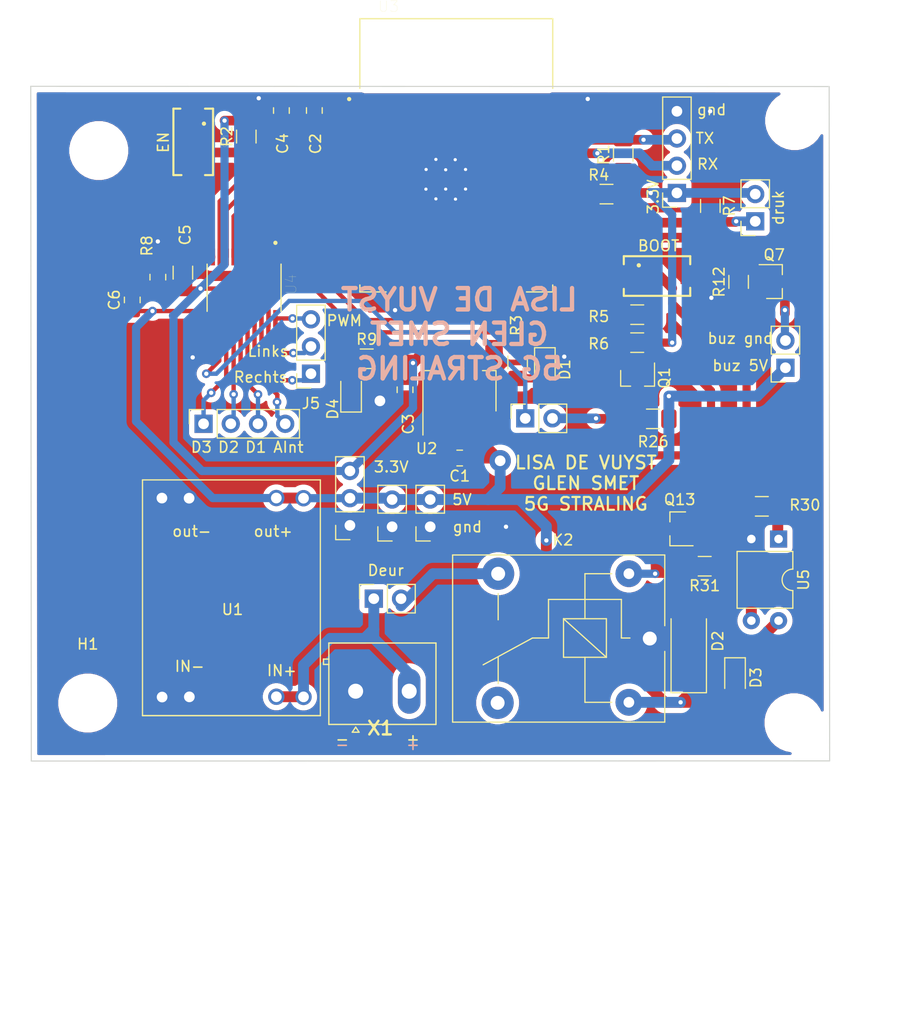
<source format=kicad_pcb>
(kicad_pcb (version 20171130) (host pcbnew "(5.1.9)-1")
  (layers (0 F.Cu signal) (31 B.Cu signal) (34 B.Paste user) (35 F.Paste user) (36 B.SilkS user) (37 F.SilkS user) (38 B.Mask user) (39 F.Mask user) (44 Edge.Cuts user))
  (net 0 "")
  (net 1 "Net-(D1-Pad2)")
  (net 2 "Net-(D2-Pad2)")
  (net 3 "Net-(D3-Pad1)")
  (net 4 /pin4_triggerpin)
  (net 5 /pin2_echopin)
  (net 6 /pin18_rechts)
  (net 7 /pin5_links)
  (net 8 /pin32_pwm)
  (net 9 /pin14_Afstand_D2)
  (net 10 /pin12_Afstand_D1)
  (net 11 /pin13_Afstand_int)
  (net 12 "Net-(Q13-Pad1)")
  (net 13 "Net-(R30-Pad1)")
  (net 14 "Net-(R31-Pad1)")
  (net 15 gnd)
  (net 16 5v)
  (net 17 3v3)
  (net 18 drukknop)
  (net 19 /pin10_afstand_D3)
  (net 20 12v)
  (net 21 echo_3v3)
  (net 22 motor_pwm_3v3)
  (net 23 aftsand_d3_3V3)
  (net 24 afstand_int_3v3)
  (net 25 trig_3v3)
  (net 26 motor_links_3v3)
  (net 27 afstand_d1_3v3)
  (net 28 buzzer_3v3)
  (net 29 motor_rechts_3v3)
  (net 30 slot_3V3)
  (net 31 afstand_d2_3v3)
  (net 32 "Net-(R4-Pad1)")
  (net 33 /Tx)
  (net 34 /Rx)
  (net 35 "Net-(J7-Pad2)")
  (net 36 /pin25_buzzer)
  (net 37 "Net-(R2-Pad1)")
  (net 38 "Net-(R5-Pad2)")
  (net 39 "Net-(R8-Pad2)")
  (net 40 "Net-(D4-Pad2)")
  (module "ESP32-WROOM-32E__16MB_:MODULE_ESP32-WROOM-32E_(16MB)" (layer F.Cu) (at 145.202 46.42)
    (fp_text reference U3 (at -6.325 -13.885) (layer F.SilkS) (effects (font (thickness 0.015))))
    (fp_text value "ESP32-WROOM-32E_(16MB)")
    (pad 1 smd rect (at -8.5 -5.26) (size 2 0.9) (layers F.Cu F.Paste F.Mask) (net 15 gnd))
    (pad 2 smd rect (at -8.5 -3.99) (size 2 0.9) (layers F.Cu F.Paste F.Mask) (net 17 3v3))
    (pad 3 smd rect (at -8.5 -2.72) (size 2 0.9) (layers F.Cu F.Paste F.Mask) (net 37 "Net-(R2-Pad1)"))
    (pad 4 smd rect (at -8.5 -1.45) (size 2 0.9) (layers F.Cu F.Paste F.Mask))
    (pad 5 smd rect (at -8.5 -0.18) (size 2 0.9) (layers F.Cu F.Paste F.Mask))
    (pad 6 smd rect (at -8.5 1.09) (size 2 0.9) (layers F.Cu F.Paste F.Mask))
    (pad 7 smd rect (at -8.5 2.36) (size 2 0.9) (layers F.Cu F.Paste F.Mask))
    (pad 8 smd rect (at -8.5 3.63) (size 2 0.9) (layers F.Cu F.Paste F.Mask) (net 25 trig_3v3))
    (pad 9 smd rect (at -8.5 4.9) (size 2 0.9) (layers F.Cu F.Paste F.Mask) (net 23 aftsand_d3_3V3))
    (pad 10 smd rect (at -8.5 6.17) (size 2 0.9) (layers F.Cu F.Paste F.Mask) (net 31 afstand_d2_3v3))
    (pad 11 smd rect (at -8.5 7.44) (size 2 0.9) (layers F.Cu F.Paste F.Mask) (net 27 afstand_d1_3v3))
    (pad 12 smd rect (at -8.5 8.71) (size 2 0.9) (layers F.Cu F.Paste F.Mask) (net 24 afstand_int_3v3))
    (pad 13 smd rect (at -8.5 9.98) (size 2 0.9) (layers F.Cu F.Paste F.Mask) (net 29 motor_rechts_3v3))
    (pad 14 smd rect (at -8.5 11.25) (size 2 0.9) (layers F.Cu F.Paste F.Mask))
    (pad 15 smd rect (at -5.715 12.25) (size 0.9 2) (layers F.Cu F.Paste F.Mask) (net 15 gnd))
    (pad 16 smd rect (at -4.445 12.25) (size 0.9 2) (layers F.Cu F.Paste F.Mask) (net 26 motor_links_3v3))
    (pad 17 smd rect (at -3.175 12.25) (size 0.9 2) (layers F.Cu F.Paste F.Mask))
    (pad 18 smd rect (at -1.905 12.25) (size 0.9 2) (layers F.Cu F.Paste F.Mask))
    (pad 19 smd rect (at -0.635 12.25) (size 0.9 2) (layers F.Cu F.Paste F.Mask))
    (pad 20 smd rect (at 0.635 12.25) (size 0.9 2) (layers F.Cu F.Paste F.Mask))
    (pad 21 smd rect (at 1.905 12.25) (size 0.9 2) (layers F.Cu F.Paste F.Mask))
    (pad 22 smd rect (at 3.175 12.25) (size 0.9 2) (layers F.Cu F.Paste F.Mask))
    (pad 23 smd rect (at 4.445 12.25) (size 0.9 2) (layers F.Cu F.Paste F.Mask) (net 22 motor_pwm_3v3))
    (pad 24 smd rect (at 5.715 12.25) (size 0.9 2) (layers F.Cu F.Paste F.Mask) (net 21 echo_3v3))
    (pad 25 smd rect (at 8.5 11.25) (size 2 0.9) (layers F.Cu F.Paste F.Mask) (net 38 "Net-(R5-Pad2)"))
    (pad 26 smd rect (at 8.5 9.98) (size 2 0.9) (layers F.Cu F.Paste F.Mask) (net 30 slot_3V3))
    (pad 27 smd rect (at 8.5 8.71) (size 2 0.9) (layers F.Cu F.Paste F.Mask) (net 28 buzzer_3v3))
    (pad 28 smd rect (at 8.5 7.44) (size 2 0.9) (layers F.Cu F.Paste F.Mask) (net 18 drukknop))
    (pad 29 smd rect (at 8.5 6.17) (size 2 0.9) (layers F.Cu F.Paste F.Mask) (net 32 "Net-(R4-Pad1)"))
    (pad 30 smd rect (at 8.5 4.9) (size 2 0.9) (layers F.Cu F.Paste F.Mask))
    (pad 31 smd rect (at 8.5 3.63) (size 2 0.9) (layers F.Cu F.Paste F.Mask))
    (pad 32 smd rect (at 8.5 2.36) (size 2 0.9) (layers F.Cu F.Paste F.Mask))
    (pad 33 smd rect (at 8.5 1.09) (size 2 0.9) (layers F.Cu F.Paste F.Mask))
    (pad 34 smd rect (at 8.5 -0.18) (size 2 0.9) (layers F.Cu F.Paste F.Mask) (net 34 /Rx))
    (pad 35 smd rect (at 8.5 -1.45) (size 2 0.9) (layers F.Cu F.Paste F.Mask) (net 33 /Tx))
    (pad 36 smd rect (at 8.5 -2.72) (size 2 0.9) (layers F.Cu F.Paste F.Mask))
    (pad 37 smd rect (at 8.5 -3.99) (size 2 0.9) (layers F.Cu F.Paste F.Mask))
    (pad 38 smd rect (at 8.5 -5.26) (size 2 0.9) (layers F.Cu F.Paste F.Mask) (net 15 gnd))
    (pad 39_1 smd rect (at -2.835 0.405) (size 1.33 1.33) (layers F.Cu F.Paste F.Mask) (net 15 gnd))
    (pad 39_2 smd rect (at -1 0.405) (size 1.33 1.33) (layers F.Cu F.Paste F.Mask) (net 15 gnd))
    (pad 39_3 smd rect (at 0.835 0.405) (size 1.33 1.33) (layers F.Cu F.Paste F.Mask) (net 15 gnd))
    (pad 39_4 smd rect (at -2.835 2.24) (size 1.33 1.33) (layers F.Cu F.Paste F.Mask) (net 15 gnd))
    (pad 39_5 smd rect (at -1 2.24) (size 1.33 1.33) (layers F.Cu F.Paste F.Mask) (net 15 gnd))
    (pad 39_6 smd rect (at 0.835 2.24) (size 1.33 1.33) (layers F.Cu F.Paste F.Mask) (net 15 gnd))
    (pad 39_7 smd rect (at -2.835 4.075) (size 1.33 1.33) (layers F.Cu F.Paste F.Mask) (net 15 gnd))
    (pad 39_8 smd rect (at -1 4.075) (size 1.33 1.33) (layers F.Cu F.Paste F.Mask) (net 15 gnd))
    (pad 39_9 smd rect (at 0.835 4.075) (size 1.33 1.33) (layers F.Cu F.Paste F.Mask) (net 15 gnd))
    (pad 39_17 thru_hole circle (at -2.835 3.1575) (size 0.4 0.4) (drill 0.3) (layers *.Cu *.Mask) (net 15 gnd))
    (pad 39_17 thru_hole circle (at -1.905 4.064) (size 0.4 0.4) (drill 0.3) (layers *.Cu *.Mask) (net 15 gnd))
    (pad 39_17 thru_hole circle (at -0.9906 3.1496) (size 0.4 0.4) (drill 0.3) (layers *.Cu *.Mask) (net 15 gnd))
    (pad 39_17 thru_hole circle (at -0.0762 4.0894) (size 0.4 0.4) (drill 0.3) (layers *.Cu *.Mask) (net 15 gnd))
    (pad 39_17 thru_hole circle (at 0.8636 3.1496) (size 0.4 0.4) (drill 0.3) (layers *.Cu *.Mask) (net 15 gnd))
    (pad 39_17 thru_hole circle (at 0.8636 1.3208) (size 0.4 0.4) (drill 0.3) (layers *.Cu *.Mask) (net 15 gnd))
    (pad 39_17 thru_hole circle (at -0.9906 1.3462) (size 0.4 0.4) (drill 0.3) (layers *.Cu *.Mask) (net 15 gnd))
    (pad 39_17 thru_hole circle (at -2.8194 1.3208) (size 0.4 0.4) (drill 0.3) (layers *.Cu *.Mask) (net 15 gnd))
    (pad 39_17 thru_hole circle (at -1.905 0.381) (size 0.4 0.4) (drill 0.3) (layers *.Cu *.Mask) (net 15 gnd))
    (pad 39_17 thru_hole circle (at -0.1016 0.4064) (size 0.4 0.4) (drill 0.3) (layers *.Cu *.Mask) (net 15 gnd))
  )
  (module Resistor_SMD:R_1206_3216Metric_Pad1.42x1.75mm_HandSolder (layer F.Cu) (at 171.5516 58.2311 90)
    (fp_text reference R12 (at 0 -1.82 90) (layer F.SilkS))
    (fp_text value 10k)
    (pad 1 smd roundrect (at -1.4875 0 90) (size 1.425 1.75) (layers F.Cu F.Paste F.Mask) (roundrect_rratio 0.1754385964912281) (net 15 gnd))
    (pad 2 smd roundrect (at 1.4875 0 90) (size 1.425 1.75) (layers F.Cu F.Paste F.Mask) (roundrect_rratio 0.1754385964912281) (net 28 buzzer_3v3))
  )
  (module Package_TO_SOT_SMD:SOT-23 (layer F.Cu) (at 174.8696 58.2016)
    (fp_text reference Q7 (at 0 -2.5) (layer F.SilkS))
    (fp_text value 2N7002)
    (pad 1 smd rect (at -1 -0.95) (size 0.9 0.8) (layers F.Cu F.Paste F.Mask) (net 28 buzzer_3v3))
    (pad 2 smd rect (at -1 0.95) (size 0.9 0.8) (layers F.Cu F.Paste F.Mask) (net 15 gnd))
    (pad 3 smd rect (at 1 0) (size 0.9 0.8) (layers F.Cu F.Paste F.Mask) (net 36 /pin25_buzzer))
  )
  (module Connector_PinSocket_2.54mm:PinSocket_1x02_P2.54mm_Vertical (layer F.Cu) (at 173.101 52.578 180)
    (fp_text reference J4 hide)
    (fp_text value Conn_01x02_Male)
    (pad 2 thru_hole oval (at 0 2.54 180) (size 1.7 1.7) (drill 1) (layers *.Cu *.Mask) (net 17 3v3))
    (pad 1 thru_hole rect (at 0 0 180) (size 1.7 1.7) (drill 1) (layers *.Cu *.Mask) (net 18 drukknop))
  )
  (module MP1584:buck (layer F.Cu) (at 124.71478 97.3091)
    (fp_text reference U1 (at -0.4 -8.5) (layer F.SilkS))
    (fp_text value MP1584)
    (fp_text user IN- (at -4.4 -3.2) (layer F.SilkS))
    (fp_text user IN+ (at 4.2 -2.8) (layer F.SilkS))
    (fp_text user out- (at -4.2 -15.8) (layer F.SilkS))
    (fp_text user out+ (at 3.4 -15.8) (layer F.SilkS))
    (pad OUT2+ thru_hole circle (at 6.22842 -18.89046) (size 1.524 1.524) (drill 1) (layers *.Cu *.Mask) (net 16 5v))
    (pad OUT1+ thru_hole circle (at 3.68842 -18.9057) (size 1.524 1.524) (drill 1) (layers *.Cu *.Mask) (net 16 5v))
    (pad OUT2 thru_hole circle (at -4.44974 -18.89046) (size 1.524 1.524) (drill 1) (layers *.Cu *.Mask) (net 15 gnd))
    (pad OUT1 thru_hole circle (at -6.9872 -18.90062) (size 1.524 1.524) (drill 1) (layers *.Cu *.Mask) (net 15 gnd))
    (pad IN1 thru_hole circle (at -6.96942 -0.33322) (size 1.524 1.524) (drill 1) (layers *.Cu *.Mask) (net 15 gnd))
    (pad IN2 thru_hole circle (at -4.42688 -0.351) (size 1.524 1.524) (drill 1) (layers *.Cu *.Mask) (net 15 gnd))
    (pad IN1+ thru_hole circle (at 3.6935 -0.36116) (size 1.524 1.524) (drill 1) (layers *.Cu *.Mask) (net 20 12v))
    (pad IN2+ thru_hole circle (at 6.22842 -0.34846) (size 1.524 1.524) (drill 1) (layers *.Cu *.Mask) (net 20 12v))
  )
  (module Capacitor_SMD:C_0805_2012Metric_Pad1.18x1.45mm_HandSolder (layer F.Cu) (at 145.5189 74.6696 180)
    (fp_text reference C1 (at 0 -1.68) (layer F.SilkS))
    (fp_text value 10u)
    (pad 2 smd roundrect (at 1.0375 0 180) (size 1.175 1.45) (layers F.Cu F.Paste F.Mask) (roundrect_rratio 0.2127659574468085) (net 15 gnd))
    (pad 1 smd roundrect (at -1.0375 0 180) (size 1.175 1.45) (layers F.Cu F.Paste F.Mask) (roundrect_rratio 0.2127659574468085) (net 16 5v))
  )
  (module Capacitor_SMD:C_0805_2012Metric_Pad1.18x1.45mm_HandSolder (layer F.Cu) (at 131.953 42.2363 90)
    (fp_text reference C2 (at -3.1052 0.1081 90) (layer F.SilkS))
    (fp_text value 10u)
    (pad 1 smd roundrect (at -1.0375 0 90) (size 1.175 1.45) (layers F.Cu F.Paste F.Mask) (roundrect_rratio 0.2127659574468085) (net 17 3v3))
    (pad 2 smd roundrect (at 1.0375 0 90) (size 1.175 1.45) (layers F.Cu F.Paste F.Mask) (roundrect_rratio 0.213) (net 15 gnd))
  )
  (module Capacitor_SMD:C_0805_2012Metric_Pad1.18x1.45mm_HandSolder (layer F.Cu) (at 140.4174 68.2981 270)
    (fp_text reference C3 (at 3.2029 -0.2986 90) (layer F.SilkS))
    (fp_text value 10u)
    (pad 2 smd roundrect (at 1.0375 0 270) (size 1.175 1.45) (layers F.Cu F.Paste F.Mask) (roundrect_rratio 0.2127659574468085) (net 15 gnd))
    (pad 1 smd roundrect (at -1.0375 0 270) (size 1.175 1.45) (layers F.Cu F.Paste F.Mask) (roundrect_rratio 0.2127659574468085) (net 17 3v3))
  )
  (module Capacitor_SMD:C_0805_2012Metric_Pad1.18x1.45mm_HandSolder (layer F.Cu) (at 128.8796 42.2402 90)
    (fp_text reference C4 (at -3.0837 0.1081 90) (layer F.SilkS))
    (fp_text value 100n)
    (pad 1 smd roundrect (at -1.0375 0 90) (size 1.175 1.45) (layers F.Cu F.Paste F.Mask) (roundrect_rratio 0.2127659574468085) (net 17 3v3))
    (pad 2 smd roundrect (at 1.0375 0 90) (size 1.175 1.45) (layers F.Cu F.Paste F.Mask) (roundrect_rratio 0.2127659574468085) (net 15 gnd))
  )
  (module LED_SMD:LED_0805_2012Metric_Pad1.15x1.40mm_HandSolder (layer F.Cu) (at 153.4668 66.2342 270)
    (fp_text reference D1 (at 0.1868 -1.8542 90) (layer F.SilkS))
    (fp_text value LED)
    (pad 1 smd roundrect (at -1.025 0 270) (size 1.15 1.4) (layers F.Cu F.Paste F.Mask) (roundrect_rratio 0.2173904347826087) (net 15 gnd))
    (pad 2 smd roundrect (at 1.025 0 270) (size 1.15 1.4) (layers F.Cu F.Paste F.Mask) (roundrect_rratio 0.2173904347826087) (net 1 "Net-(D1-Pad2)"))
  )
  (module Diode_SMD:D_SMA_Handsoldering (layer F.Cu) (at 166.8969 92.1721 90)
    (fp_text reference D2 (at 0.4146 2.7116 90) (layer F.SilkS))
    (fp_text value 1N4007)
    (pad 1 smd rect (at -2.5 0 90) (size 3.5 1.8) (layers F.Cu F.Paste F.Mask) (net 16 5v))
    (pad 2 smd rect (at 2.5 0 90) (size 3.5 1.8) (layers F.Cu F.Paste F.Mask) (net 2 "Net-(D2-Pad2)"))
  )
  (module LED_SMD:LED_0805_2012Metric_Pad1.15x1.40mm_HandSolder (layer F.Cu) (at 171.2149 95.1711 270)
    (fp_text reference D3 (at 0 -1.9496 90) (layer F.SilkS))
    (fp_text value LED)
    (pad 2 smd roundrect (at 1.025 0 270) (size 1.15 1.4) (layers F.Cu F.Paste F.Mask) (roundrect_rratio 0.2173904347826087) (net 16 5v))
    (pad 1 smd roundrect (at -1.025 0 270) (size 1.15 1.4) (layers F.Cu F.Paste F.Mask) (roundrect_rratio 0.2173904347826087) (net 3 "Net-(D3-Pad1)"))
  )
  (module Connector_PinSocket_2.54mm:PinSocket_1x04_P2.54mm_Vertical (layer F.Cu) (at 165.792 49.93 180)
    (fp_text reference J1 hide)
    (fp_text value Conn_01x04_Male)
    (pad 4 thru_hole oval (at 0 7.62 180) (size 1.7 1.7) (drill 1) (layers *.Cu *.Mask) (net 15 gnd))
    (pad 3 thru_hole oval (at 0 5.08 180) (size 1.7 1.7) (drill 1) (layers *.Cu *.Mask) (net 33 /Tx))
    (pad 2 thru_hole oval (at 0 2.54 180) (size 1.7 1.7) (drill 1) (layers *.Cu *.Mask) (net 34 /Rx))
    (pad 1 thru_hole rect (at 0 0 180) (size 1.7 1.7) (drill 1) (layers *.Cu *.Mask) (net 17 3v3))
  )
  (module Connector_PinSocket_2.54mm:PinSocket_1x02_P2.54mm_Vertical (layer F.Cu) (at 151.638 70.9676 90)
    (fp_text reference J2 hide)
    (fp_text value Conn_01x02_Male)
    (pad 1 thru_hole rect (at 0 0 90) (size 1.7 1.7) (drill 1) (layers *.Cu *.Mask) (net 4 /pin4_triggerpin))
    (pad 2 thru_hole oval (at 0 2.54 90) (size 1.7 1.7) (drill 1) (layers *.Cu *.Mask) (net 5 /pin2_echopin))
  )
  (module Connector_PinSocket_2.54mm:PinSocket_1x03_P2.54mm_Vertical (layer F.Cu) (at 131.6355 66.802 180)
    (fp_text reference J5 (at 0 -2.77) (layer F.SilkS))
    (fp_text value Conn_01x03_Male)
    (pad 1 thru_hole rect (at 0 0 180) (size 1.7 1.7) (drill 1) (layers *.Cu *.Mask) (net 6 /pin18_rechts))
    (pad 2 thru_hole oval (at 0 2.54 180) (size 1.7 1.7) (drill 1) (layers *.Cu *.Mask) (net 7 /pin5_links))
    (pad 3 thru_hole oval (at 0 5.08 180) (size 1.7 1.7) (drill 1) (layers *.Cu *.Mask) (net 8 /pin32_pwm))
  )
  (module Connector_PinSocket_2.54mm:PinSocket_1x04_P2.54mm_Vertical (layer F.Cu) (at 121.6152 71.4756 90)
    (fp_text reference J6 hide)
    (fp_text value Conn_01x04_Male)
    (pad 1 thru_hole rect (at 0 0 90) (size 1.7 1.7) (drill 1) (layers *.Cu *.Mask) (net 19 /pin10_afstand_D3))
    (pad 2 thru_hole oval (at 0 2.54 90) (size 1.7 1.7) (drill 1) (layers *.Cu *.Mask) (net 9 /pin14_Afstand_D2))
    (pad 3 thru_hole oval (at 0 5.08 90) (size 1.7 1.7) (drill 1) (layers *.Cu *.Mask) (net 10 /pin12_Afstand_D1))
    (pad 4 thru_hole oval (at 0 7.62 90) (size 1.7 1.7) (drill 1) (layers *.Cu *.Mask) (net 11 /pin13_Afstand_int))
  )
  (module Relay_THT:Relay_SPDT_SANYOU_SRD_Series_Form_C (layer F.Cu) (at 163.2589 91.5161 180)
    (fp_text reference K2 (at 8.1 9.2) (layer F.SilkS))
    (fp_text value SANYOU_SRD_Form_C)
    (pad 2 thru_hole circle (at 1.95 6.05 270) (size 2.5 2.5) (drill 1) (layers *.Cu *.Mask) (net 2 "Net-(D2-Pad2)"))
    (pad 3 thru_hole circle (at 14.15 6.05 270) (size 3 3) (drill 1.3) (layers *.Cu *.Mask) (net 35 "Net-(J7-Pad2)"))
    (pad 4 thru_hole circle (at 14.2 -6 270) (size 3 3) (drill 1.3) (layers *.Cu *.Mask))
    (pad 5 thru_hole circle (at 1.95 -5.95 270) (size 2.5 2.5) (drill 1) (layers *.Cu *.Mask) (net 16 5v))
    (pad 1 thru_hole circle (at 0 0 270) (size 3 3) (drill 1.3) (layers *.Cu *.Mask) (net 15 gnd))
  )
  (module Package_TO_SOT_SMD:SOT-23 (layer F.Cu) (at 162.1218 67.2022 270)
    (fp_text reference Q1 (at 0 -2.5 90) (layer F.SilkS))
    (fp_text value BSS138)
    (pad 1 smd rect (at -1 -0.95 270) (size 0.9 0.8) (layers F.Cu F.Paste F.Mask) (net 17 3v3))
    (pad 2 smd rect (at -1 0.95 270) (size 0.9 0.8) (layers F.Cu F.Paste F.Mask) (net 21 echo_3v3))
    (pad 3 smd rect (at 1 0 270) (size 0.9 0.8) (layers F.Cu F.Paste F.Mask) (net 5 /pin2_echopin))
  )
  (module Package_TO_SOT_SMD:SOT-23 (layer F.Cu) (at 165.8969 81.2761 180)
    (fp_text reference Q13 (at -0.1556 2.7266) (layer F.SilkS))
    (fp_text value BC847)
    (pad 1 smd rect (at -1 -0.95 180) (size 0.9 0.8) (layers F.Cu F.Paste F.Mask) (net 12 "Net-(Q13-Pad1)"))
    (pad 2 smd rect (at -1 0.95 180) (size 0.9 0.8) (layers F.Cu F.Paste F.Mask) (net 15 gnd))
    (pad 3 smd rect (at 1 0 180) (size 0.9 0.8) (layers F.Cu F.Paste F.Mask) (net 2 "Net-(D2-Pad2)"))
  )
  (module Resistor_SMD:R_1206_3216Metric_Pad1.42x1.75mm_HandSolder (layer F.Cu) (at 160.782 46.355 90)
    (fp_text reference R1 (at 0 -1.82 90) (layer F.SilkS))
    (fp_text value 10k)
    (pad 2 smd roundrect (at 1.4875 0 90) (size 1.425 1.75) (layers F.Cu F.Paste F.Mask) (roundrect_rratio 0.1754385964912281) (net 33 /Tx))
    (pad 1 smd roundrect (at -1.4875 0 90) (size 1.425 1.75) (layers F.Cu F.Paste F.Mask) (roundrect_rratio 0.1754385964912281) (net 17 3v3))
  )
  (module Resistor_SMD:R_1206_3216Metric_Pad1.42x1.75mm_HandSolder (layer F.Cu) (at 125.603 44.6675 90)
    (fp_text reference R2 (at 0 -1.82 90) (layer F.SilkS))
    (fp_text value 10k)
    (pad 1 smd roundrect (at -1.4875 0 90) (size 1.425 1.75) (layers F.Cu F.Paste F.Mask) (roundrect_rratio 0.1754385964912281) (net 37 "Net-(R2-Pad1)"))
    (pad 2 smd roundrect (at 1.4875 0 90) (size 1.425 1.75) (layers F.Cu F.Paste F.Mask) (roundrect_rratio 0.1754385964912281) (net 17 3v3))
  )
  (module Resistor_SMD:R_1206_3216Metric_Pad1.42x1.75mm_HandSolder (layer F.Cu) (at 150.9268 65.7495 90)
    (fp_text reference R3 (at 3.456 -0.1143 90) (layer F.SilkS))
    (fp_text value 82)
    (pad 1 smd roundrect (at -1.4875 0 90) (size 1.425 1.75) (layers F.Cu F.Paste F.Mask) (roundrect_rratio 0.1754385964912281) (net 1 "Net-(D1-Pad2)"))
    (pad 2 smd roundrect (at 1.4875 0 90) (size 1.425 1.75) (layers F.Cu F.Paste F.Mask) (roundrect_rratio 0.1754385964912281) (net 21 echo_3v3))
  )
  (module Resistor_SMD:R_1206_3216Metric_Pad1.42x1.75mm_HandSolder (layer F.Cu) (at 159.2215 50.038)
    (fp_text reference R4 (at -0.7255 -1.778) (layer F.SilkS))
    (fp_text value 10k)
    (pad 2 smd roundrect (at 1.4875 0) (size 1.425 1.75) (layers F.Cu F.Paste F.Mask) (roundrect_rratio 0.1754385964912281) (net 17 3v3))
    (pad 1 smd roundrect (at -1.4875 0) (size 1.425 1.75) (layers F.Cu F.Paste F.Mask) (roundrect_rratio 0.1754385964912281) (net 32 "Net-(R4-Pad1)"))
  )
  (module Resistor_SMD:R_1206_3216Metric_Pad1.42x1.75mm_HandSolder (layer F.Cu) (at 162.0885 61.2902 180)
    (fp_text reference R5 (at 3.5925 -0.1778) (layer F.SilkS))
    (fp_text value 10k)
    (pad 2 smd roundrect (at 1.4875 0 180) (size 1.425 1.75) (layers F.Cu F.Paste F.Mask) (roundrect_rratio 0.1754385964912281) (net 38 "Net-(R5-Pad2)"))
    (pad 1 smd roundrect (at -1.4875 0 180) (size 1.425 1.75) (layers F.Cu F.Paste F.Mask) (roundrect_rratio 0.1754385964912281) (net 17 3v3))
  )
  (module Resistor_SMD:R_1206_3216Metric_Pad1.42x1.75mm_HandSolder (layer F.Cu) (at 162.0853 63.9002 180)
    (fp_text reference R6 (at 3.5893 -0.1078) (layer F.SilkS))
    (fp_text value 10k)
    (pad 1 smd roundrect (at -1.4875 0 180) (size 1.425 1.75) (layers F.Cu F.Paste F.Mask) (roundrect_rratio 0.1754385964912281) (net 17 3v3))
    (pad 2 smd roundrect (at 1.4875 0 180) (size 1.425 1.75) (layers F.Cu F.Paste F.Mask) (roundrect_rratio 0.1754385964912281) (net 21 echo_3v3))
  )
  (module Resistor_SMD:R_1206_3216Metric_Pad1.42x1.75mm_HandSolder (layer F.Cu) (at 163.5553 71.0122)
    (fp_text reference R26 (at 0.0207 2.1398) (layer F.SilkS))
    (fp_text value 10k)
    (pad 2 smd roundrect (at 1.4875 0) (size 1.425 1.75) (layers F.Cu F.Paste F.Mask) (roundrect_rratio 0.1754385964912281) (net 16 5v))
    (pad 1 smd roundrect (at -1.4875 0) (size 1.425 1.75) (layers F.Cu F.Paste F.Mask) (roundrect_rratio 0.1754385964912281) (net 5 /pin2_echopin))
  )
  (module Resistor_SMD:R_1206_3216Metric_Pad1.42x1.75mm_HandSolder (layer F.Cu) (at 173.7184 79.1781 180)
    (fp_text reference R30 (at -4.0181 0.1206) (layer F.SilkS))
    (fp_text value 180)
    (pad 1 smd roundrect (at -1.4875 0 180) (size 1.425 1.75) (layers F.Cu F.Paste F.Mask) (roundrect_rratio 0.1754385964912281) (net 13 "Net-(R30-Pad1)"))
    (pad 2 smd roundrect (at 1.4875 0 180) (size 1.425 1.75) (layers F.Cu F.Paste F.Mask) (roundrect_rratio 0.1754385964912281) (net 30 slot_3V3))
  )
  (module Resistor_SMD:R_1206_3216Metric_Pad1.42x1.75mm_HandSolder (layer F.Cu) (at 168.3844 84.7661 180)
    (fp_text reference R31 (at 0 -1.82) (layer F.SilkS))
    (fp_text value 1000)
    (pad 2 smd roundrect (at 1.4875 0 180) (size 1.425 1.75) (layers F.Cu F.Paste F.Mask) (roundrect_rratio 0.1754385964912281) (net 12 "Net-(Q13-Pad1)"))
    (pad 1 smd roundrect (at -1.4875 0 180) (size 1.425 1.75) (layers F.Cu F.Paste F.Mask) (roundrect_rratio 0.1754385964912281) (net 14 "Net-(R31-Pad1)"))
  )
  (module 434111043826:434111043826 (layer F.Cu) (at 120.65 45.164 270)
    (fp_text reference S1 (at -0.1556 -3.1769 90) (layer F.SilkS) (effects (font (size 0.8 0.8) (thickness 0.015))))
    (fp_text value 434111043826)
    (pad 2 smd rect (at 3.35 0 270) (size 2.3 1.5) (layers F.Cu F.Paste F.Mask) (net 37 "Net-(R2-Pad1)"))
    (pad 1 smd rect (at -3.35 0 270) (size 2.3 1.5) (layers F.Cu F.Paste F.Mask) (net 15 gnd))
  )
  (module 434111043826:434111043826 (layer F.Cu) (at 163.9344 57.6834)
    (fp_text reference S2 hide)
    (fp_text value 434111043826)
    (pad 1 smd rect (at -3.35 0) (size 2.3 1.5) (layers F.Cu F.Paste F.Mask) (net 38 "Net-(R5-Pad2)"))
    (pad 2 smd rect (at 3.35 0) (size 2.3 1.5) (layers F.Cu F.Paste F.Mask) (net 15 gnd))
  )
  (module Package_TO_SOT_SMD:SOT-223-3_TabPin2 (layer F.Cu) (at 145.4974 68.4216 90)
    (fp_text reference U2 (at -5.3654 -3.0669 180) (layer F.SilkS))
    (fp_text value AMS1117)
    (pad 2 smd rect (at 3.15 0 90) (size 2 3.8) (layers F.Cu F.Paste F.Mask) (net 17 3v3))
    (pad 2 smd rect (at -3.15 0 90) (size 2 1.5) (layers F.Cu F.Paste F.Mask) (net 17 3v3))
    (pad 3 smd rect (at -3.15 2.3 90) (size 2 1.5) (layers F.Cu F.Paste F.Mask) (net 16 5v))
    (pad 1 smd rect (at -3.15 -2.3 90) (size 2 1.5) (layers F.Cu F.Paste F.Mask) (net 15 gnd))
  )
  (module Package_DIP:DIP-4_W7.62mm (layer F.Cu) (at 175.2789 82.2261 270)
    (fp_text reference U5 (at 3.81 -2.33 90) (layer F.SilkS))
    (fp_text value EL817)
    (pad 1 thru_hole rect (at 0 0 270) (size 1.6 1.6) (drill 0.8) (layers *.Cu *.Mask) (net 13 "Net-(R30-Pad1)"))
    (pad 3 thru_hole oval (at 7.62 2.54 270) (size 1.6 1.6) (drill 0.8) (layers *.Cu *.Mask) (net 14 "Net-(R31-Pad1)"))
    (pad 2 thru_hole oval (at 0 2.54 270) (size 1.6 1.6) (drill 0.8) (layers *.Cu *.Mask) (net 15 gnd))
    (pad 4 thru_hole oval (at 7.62 0 270) (size 1.6 1.6) (drill 0.8) (layers *.Cu *.Mask) (net 3 "Net-(D3-Pad1)"))
  )
  (module degson:degson-DG306-5.0-02P (layer F.Cu) (at 138.30554 96.4311)
    (fp_text reference X1 (at -0.19304 3.4544) (layer F.SilkS) (effects (font (size 1.27 1.27) (thickness 0.2286))))
    (fp_text value DG3XX-02-3.5 hide)
    (pad 1 thru_hole oval (at -2.49936 0 180) (size 2.09804 4.19862) (drill 1.39954) (layers *.Cu *.Paste *.Mask) (net 15 gnd))
    (pad 2 thru_hole oval (at 2.49936 0 180) (size 2.09804 4.19862) (drill 1.39954) (layers *.Cu *.Paste *.Mask) (net 20 12v))
  )
  (module Connector_PinSocket_2.54mm:PinSocket_1x03_P2.54mm_Vertical (layer F.Cu) (at 135.2739 80.9561 180)
    (fp_text reference J8 hide)
    (fp_text value Conn_01x03_Male)
    (pad 1 thru_hole rect (at 0 0 180) (size 1.7 1.7) (drill 1) (layers *.Cu *.Mask) (net 15 gnd))
    (pad 2 thru_hole oval (at 0 2.54 180) (size 1.7 1.7) (drill 1) (layers *.Cu *.Mask) (net 16 5v))
    (pad 3 thru_hole oval (at 0 5.08 180) (size 1.7 1.7) (drill 1) (layers *.Cu *.Mask) (net 17 3v3))
  )
  (module Connector_PinSocket_2.54mm:PinSocket_1x02_P2.54mm_Vertical (layer F.Cu) (at 139.2109 81.0831 180)
    (fp_text reference J3 hide)
    (fp_text value Conn_01x02_Male)
    (pad 2 thru_hole oval (at 0 2.54 180) (size 1.7 1.7) (drill 1) (layers *.Cu *.Mask) (net 16 5v))
    (pad 1 thru_hole rect (at 0 0 180) (size 1.7 1.7) (drill 1) (layers *.Cu *.Mask) (net 15 gnd))
  )
  (module Connector_PinSocket_2.54mm:PinSocket_1x02_P2.54mm_Vertical (layer F.Cu) (at 142.7669 81.0831 180)
    (fp_text reference J9 hide)
    (fp_text value Conn_01x02_Male)
    (pad 1 thru_hole rect (at 0 0 180) (size 1.7 1.7) (drill 1) (layers *.Cu *.Mask) (net 15 gnd))
    (pad 2 thru_hole oval (at 0 2.54 180) (size 1.7 1.7) (drill 1) (layers *.Cu *.Mask) (net 16 5v))
  )
  (module Connector_PinSocket_2.54mm:PinSocket_1x02_P2.54mm_Vertical (layer F.Cu) (at 175.9204 66.2432 180)
    (fp_text reference J10 hide)
    (fp_text value Conn_01x02_Male)
    (pad 1 thru_hole rect (at 0 0 180) (size 1.7 1.7) (drill 1) (layers *.Cu *.Mask) (net 16 5v))
    (pad 2 thru_hole oval (at 0 2.54 180) (size 1.7 1.7) (drill 1) (layers *.Cu *.Mask) (net 36 /pin25_buzzer))
  )
  (module Connector_PinSocket_2.54mm:PinSocket_1x02_P2.54mm_Vertical (layer F.Cu) (at 137.5029 87.7951 90)
    (fp_text reference J7 hide)
    (fp_text value Conn_01x02_Male)
    (pad 1 thru_hole rect (at 0 0 90) (size 1.7 1.7) (drill 1) (layers *.Cu *.Mask) (net 20 12v))
    (pad 2 thru_hole oval (at 0 2.54 90) (size 1.7 1.7) (drill 1) (layers *.Cu *.Mask) (net 35 "Net-(J7-Pad2)"))
  )
  (module TXB0108PWR:SOP65P640X120-20N (layer F.Cu) (at 125.3958 58.7758 270)
    (fp_text reference U4 (at -0.325 -4.385 90) (layer F.SilkS) (effects (font (thickness 0.015))))
    (fp_text value TXB0108PWR)
    (pad 1 smd rect (at -2.87 -2.925 270) (size 1.57 0.41) (layers F.Cu F.Paste F.Mask) (net 22 motor_pwm_3v3))
    (pad 2 smd rect (at -2.87 -2.275 270) (size 1.57 0.41) (layers F.Cu F.Paste F.Mask) (net 17 3v3))
    (pad 3 smd rect (at -2.87 -1.625 270) (size 1.57 0.41) (layers F.Cu F.Paste F.Mask) (net 26 motor_links_3v3))
    (pad 4 smd rect (at -2.87 -0.975 270) (size 1.57 0.41) (layers F.Cu F.Paste F.Mask) (net 29 motor_rechts_3v3))
    (pad 5 smd rect (at -2.87 -0.325 270) (size 1.57 0.41) (layers F.Cu F.Paste F.Mask) (net 24 afstand_int_3v3))
    (pad 6 smd rect (at -2.87 0.325 270) (size 1.57 0.41) (layers F.Cu F.Paste F.Mask) (net 27 afstand_d1_3v3))
    (pad 7 smd rect (at -2.87 0.975 270) (size 1.57 0.41) (layers F.Cu F.Paste F.Mask) (net 31 afstand_d2_3v3))
    (pad 8 smd rect (at -2.87 1.625 270) (size 1.57 0.41) (layers F.Cu F.Paste F.Mask) (net 23 aftsand_d3_3V3))
    (pad 9 smd rect (at -2.87 2.275 270) (size 1.57 0.41) (layers F.Cu F.Paste F.Mask) (net 25 trig_3v3))
    (pad 10 smd rect (at -2.87 2.925 270) (size 1.57 0.41) (layers F.Cu F.Paste F.Mask) (net 39 "Net-(R8-Pad2)"))
    (pad 11 smd rect (at 2.87 2.925 270) (size 1.57 0.41) (layers F.Cu F.Paste F.Mask) (net 15 gnd))
    (pad 12 smd rect (at 2.87 2.275 270) (size 1.57 0.41) (layers F.Cu F.Paste F.Mask) (net 4 /pin4_triggerpin))
    (pad 13 smd rect (at 2.87 1.625 270) (size 1.57 0.41) (layers F.Cu F.Paste F.Mask) (net 19 /pin10_afstand_D3))
    (pad 14 smd rect (at 2.87 0.975 270) (size 1.57 0.41) (layers F.Cu F.Paste F.Mask) (net 9 /pin14_Afstand_D2))
    (pad 15 smd rect (at 2.87 0.325 270) (size 1.57 0.41) (layers F.Cu F.Paste F.Mask) (net 10 /pin12_Afstand_D1))
    (pad 16 smd rect (at 2.87 -0.325 270) (size 1.57 0.41) (layers F.Cu F.Paste F.Mask) (net 11 /pin13_Afstand_int))
    (pad 17 smd rect (at 2.87 -0.975 270) (size 1.57 0.41) (layers F.Cu F.Paste F.Mask) (net 6 /pin18_rechts))
    (pad 18 smd rect (at 2.87 -1.625 270) (size 1.57 0.41) (layers F.Cu F.Paste F.Mask) (net 7 /pin5_links))
    (pad 19 smd rect (at 2.87 -2.275 270) (size 1.57 0.41) (layers F.Cu F.Paste F.Mask) (net 16 5v))
    (pad 20 smd rect (at 2.87 -2.925 270) (size 1.57 0.41) (layers F.Cu F.Paste F.Mask) (net 8 /pin32_pwm))
  )
  (module Capacitor_SMD:C_0805_2012Metric_Pad1.18x1.45mm_HandSolder (layer F.Cu) (at 117.348 57.7889 270)
    (fp_text reference C5 (at -3.9409 -2.54 90) (layer F.SilkS))
    (fp_text value 0.1u)
    (pad 1 smd roundrect (at -1.0375 0 270) (size 1.175 1.45) (layers F.Cu F.Paste F.Mask) (roundrect_rratio 0.213) (net 15 gnd))
    (pad 2 smd roundrect (at 1.0375 0 270) (size 1.175 1.45) (layers F.Cu F.Paste F.Mask) (roundrect_rratio 0.2127659574468085) (net 17 3v3))
  )
  (module Capacitor_SMD:C_0805_2012Metric_Pad1.18x1.45mm_HandSolder (layer F.Cu) (at 114.9604 59.9147 90)
    (fp_text reference C6 (at 0 -1.68 90) (layer F.SilkS))
    (fp_text value 0.1u)
    (pad 2 smd roundrect (at 1.0375 0 90) (size 1.175 1.45) (layers F.Cu F.Paste F.Mask) (roundrect_rratio 0.2127659574468085) (net 15 gnd))
    (pad 1 smd roundrect (at -1.0375 0 90) (size 1.175 1.45) (layers F.Cu F.Paste F.Mask) (roundrect_rratio 0.2127659574468085) (net 16 5v))
  )
  (module Resistor_SMD:R_1206_3216Metric_Pad1.42x1.75mm_HandSolder (layer F.Cu) (at 168.91 51.1445 90)
    (fp_text reference R7 (at 0 1.778 90) (layer F.SilkS))
    (fp_text value 10k)
    (pad 1 smd roundrect (at -1.4875 0 90) (size 1.425 1.75) (layers F.Cu F.Paste F.Mask) (roundrect_rratio 0.1754385964912281) (net 18 drukknop))
    (pad 2 smd roundrect (at 1.4875 0 90) (size 1.425 1.75) (layers F.Cu F.Paste F.Mask) (roundrect_rratio 0.1754385964912281) (net 15 gnd))
  )
  (module Resistor_SMD:R_1206_3216Metric_Pad1.42x1.75mm_HandSolder (layer F.Cu) (at 119.6848 57.3675 90)
    (fp_text reference R8 (at 2.5035 -3.3528 90) (layer F.SilkS))
    (fp_text value 47k)
    (pad 2 smd roundrect (at 1.4875 0 90) (size 1.425 1.75) (layers F.Cu F.Paste F.Mask) (roundrect_rratio 0.1754385964912281) (net 39 "Net-(R8-Pad2)"))
    (pad 1 smd roundrect (at -1.4875 0 90) (size 1.425 1.75) (layers F.Cu F.Paste F.Mask) (roundrect_rratio 0.1754385964912281) (net 17 3v3))
  )
  (module LED_SMD:LED_0805_2012Metric_Pad1.15x1.40mm_HandSolder (layer F.Cu) (at 135.382 68.5165 90)
    (fp_text reference D4 (at -1.5875 -1.7145 90) (layer F.SilkS))
    (fp_text value LED)
    (pad 1 smd roundrect (at -1.025 0 90) (size 1.15 1.4) (layers F.Cu F.Paste F.Mask) (roundrect_rratio 0.2173904347826087) (net 15 gnd))
    (pad 2 smd roundrect (at 1.025 0 90) (size 1.15 1.4) (layers F.Cu F.Paste F.Mask) (roundrect_rratio 0.2173904347826087) (net 40 "Net-(D4-Pad2)"))
  )
  (module Resistor_SMD:R_1206_3216Metric_Pad1.42x1.75mm_HandSolder (layer F.Cu) (at 136.8409 65.405)
    (fp_text reference R9 (at 0 -1.82) (layer F.SilkS))
    (fp_text value 82)
    (pad 1 smd roundrect (at -1.4875 0) (size 1.425 1.75) (layers F.Cu F.Paste F.Mask) (roundrect_rratio 0.1754385964912281) (net 40 "Net-(D4-Pad2)"))
    (pad 2 smd roundrect (at 1.4875 0) (size 1.425 1.75) (layers F.Cu F.Paste F.Mask) (roundrect_rratio 0.1754385964912281) (net 17 3v3))
  )
  (module MountingHole:MountingHole_4.5mm (layer F.Cu) (at 176.784 43.18)
    (fp_text reference H2 hide)
    (fp_text value MountingHole)
    (pad 1 np_thru_hole circle (at 0 0) (size 4.5 4.5) (drill 4.5) (layers *.Cu *.Mask))
  )
  (module MountingHole:MountingHole_4.5mm (layer F.Cu) (at 111.8362 45.974)
    (fp_text reference H3 hide)
    (fp_text value MountingHole)
    (pad 1 np_thru_hole circle (at 0 0) (size 4.5 4.5) (drill 4.5) (layers *.Cu *.Mask))
  )
  (module MountingHole:MountingHole_4.5mm (layer F.Cu) (at 176.7205 99.3775)
    (fp_text reference H4 hide)
    (fp_text value MountingHole)
    (pad 1 np_thru_hole circle (at 0 0) (size 4.5 4.5) (drill 4.5) (layers *.Cu *.Mask))
  )
  (module MountingHole:MountingHole_4.5mm (layer F.Cu) (at 110.8075 97.536)
    (fp_text reference H1 (at 0 -5.5) (layer F.SilkS))
    (fp_text value MountingHole)
    (pad 1 np_thru_hole circle (at 0 0) (size 4.5 4.5) (drill 4.5) (layers *.Cu *.Mask))
  )
  (gr_text + (at 141.1605 101.4095) (layer B.SilkS) (effects (font (size 1 1)) (justify mirror)))
  (gr_text - (at 134.5565 101.4095) (layer B.SilkS) (effects (font (size 1 1)) (justify mirror)))
  (gr_text + (at 141.1605 100.9015) (layer F.SilkS) (effects (font (size 1 1))))
  (gr_text - (at 134.5565 100.9015) (layer F.SilkS) (effects (font (size 1 1))))
  (gr_text Deur (at 138.6205 85.1535) (layer F.SilkS) (effects (font (size 1 1))))
  (gr_text D3 (at 121.412 73.66) (layer F.SilkS) (effects (font (size 1 1))))
  (gr_text D2 (at 123.952 73.66) (layer F.SilkS) (effects (font (size 1 1))))
  (gr_text D1 (at 126.492 73.66) (layer F.SilkS) (effects (font (size 1 1))))
  (gr_text AInt (at 129.54 73.66) (layer F.SilkS) (effects (font (size 1 1))))
  (gr_text Rechts (at 126.9365 67.1195) (layer F.SilkS) (effects (font (size 1 1))))
  (gr_text Links (at 127.635 64.7065) (layer F.SilkS) (effects (font (size 1 1))))
  (gr_text PWM (at 134.747 61.849) (layer F.SilkS) (effects (font (size 1 1))))
  (gr_text BOOT (at 164.084 54.864) (layer F.SilkS) (effects (font (size 1 1))))
  (gr_text EN (at 117.856 45.212 90) (layer F.SilkS) (effects (font (size 1 1))))
  (gr_text "buz gnd" (at 171.704 63.5) (layer F.SilkS) (effects (font (size 1 1))))
  (gr_text "buz 5V" (at 171.704 66.04) (layer F.SilkS) (effects (font (size 1 1))))
  (gr_text druk (at 175.26 51.308 90) (layer F.SilkS) (effects (font (size 1 1))))
  (gr_text 3.3V (at 163.576 50.292 90) (layer F.SilkS) (effects (font (size 1 1))))
  (gr_text RX (at 168.656 47.244) (layer F.SilkS) (effects (font (size 1 1))))
  (gr_text "LISA DE VUYST\nGLEN SMET\n5G STRALING" (at 145.4785 63.119) (layer B.SilkS) (effects (font (size 2 2) (thickness 0.4)) (justify mirror)))
  (gr_text gnd (at 146.2405 81.0895) (layer F.SilkS) (effects (font (size 1 1))))
  (gr_text 5V (at 145.7325 78.5495) (layer F.SilkS) (effects (font (size 1 1))))
  (gr_text 3.3V (at 139.1285 75.5015) (layer F.SilkS) (effects (font (size 1 1))))
  (gr_text "LISA DE VUYST\nGLEN SMET\n5G STRALING" (at 157.2895 77.0255) (layer F.SilkS) (effects (font (size 1.2 1.2) (thickness 0.2))))
  (gr_text TX (at 168.402 44.831) (layer F.SilkS) (effects (font (size 1 1))))
  (gr_text gnd (at 169.037 42.164) (layer F.SilkS) (effects (font (size 1 1))))
  (gr_line (start 180 40) (end 180.0455 102.9335) (layer Edge.Cuts) (width 0.1))
  (gr_line (start 105.4862 39.9796) (end 180 40) (layer Edge.Cuts) (width 0.1))
  (gr_line (start 105.537 102.9462) (end 105.4862 39.9796) (layer Edge.Cuts) (width 0.1))
  (gr_line (start 180.0455 102.9335) (end 105.537 102.9462) (layer Edge.Cuts) (width 0.1))
  (segment (start 153.4446 67.237) (end 153.4668 67.2592) (width 0.762) (layer F.Cu) (net 1))
  (segment (start 150.9268 67.237) (end 153.4446 67.237) (width 0.762) (layer F.Cu) (net 1))
  (segment (start 164.8969 81.2761) (end 164.8969 81.8781) (width 0.762) (layer F.Cu) (net 2))
  (segment (start 166.8969 87.5476) (end 166.8969 89.6721) (width 1.016) (layer F.Cu) (net 2))
  (via (at 163.7587 85.4661) (size 0.8) (drill 0.4) (layers F.Cu B.Cu) (net 2))
  (segment (start 163.7354 85.4428) (end 163.7587 85.4661) (width 0.762) (layer F.Cu) (net 2))
  (segment (start 164.8969 81.8781) (end 163.7354 83.0396) (width 0.762) (layer F.Cu) (net 2))
  (segment (start 164.8154 85.4661) (end 166.8969 87.5476) (width 0.762) (layer F.Cu) (net 2))
  (segment (start 163.7587 85.4661) (end 164.8154 85.4661) (width 0.762) (layer F.Cu) (net 2))
  (segment (start 164.5249 85.4661) (end 163.7354 84.6766) (width 0.762) (layer F.Cu) (net 2))
  (segment (start 164.8154 85.4661) (end 164.5249 85.4661) (width 0.762) (layer F.Cu) (net 2))
  (segment (start 163.7354 84.6766) (end 163.7354 85.4428) (width 0.762) (layer F.Cu) (net 2))
  (segment (start 163.7354 83.0396) (end 163.7354 84.6766) (width 0.762) (layer F.Cu) (net 2))
  (segment (start 161.3089 85.4661) (end 163.7587 85.4661) (width 0.762) (layer B.Cu) (net 2))
  (segment (start 173.4439 91.6686) (end 173.45015 91.67485) (width 1.016) (layer F.Cu) (net 3))
  (segment (start 172.3644 91.6686) (end 173.4439 91.6686) (width 1.016) (layer F.Cu) (net 3))
  (segment (start 171.2149 92.8181) (end 172.3644 91.6686) (width 1.016) (layer F.Cu) (net 3))
  (segment (start 171.2149 94.1461) (end 171.2149 92.8181) (width 1.016) (layer F.Cu) (net 3))
  (segment (start 173.45015 91.67485) (end 175.2789 89.8461) (width 1.016) (layer F.Cu) (net 3))
  (segment (start 123.1208 61.7036) (end 123.0884 61.736) (width 0.4064) (layer F.Cu) (net 4))
  (segment (start 123.1208 61.6458) (end 123.1208 61.7036) (width 0.4064) (layer F.Cu) (net 4))
  (segment (start 123.1208 61.6458) (end 123.1208 63.6708) (width 0.4064) (layer F.Cu) (net 4))
  (segment (start 123.07721 63.72839) (end 123.07721 65.28919) (width 0.4064) (layer F.Cu) (net 4))
  (segment (start 123.1208 63.6848) (end 123.07721 63.72839) (width 0.4064) (layer F.Cu) (net 4))
  (segment (start 123.1208 63.6708) (end 123.1208 63.6848) (width 0.4064) (layer F.Cu) (net 4))
  (segment (start 123.07721 65.28919) (end 123.07721 65.59399) (width 0.4064) (layer F.Cu) (net 4))
  (segment (start 123.07721 65.59399) (end 121.8692 66.802) (width 0.4064) (layer F.Cu) (net 4))
  (via (at 121.8692 66.802) (size 0.8) (drill 0.4) (layers F.Cu B.Cu) (net 4))
  (segment (start 151.638 67.3735) (end 151.638 70.9676) (width 0.4064) (layer B.Cu) (net 4))
  (segment (start 147.193 62.9285) (end 151.638 67.3735) (width 0.4064) (layer B.Cu) (net 4))
  (segment (start 136.558038 60.0075) (end 139.479038 62.9285) (width 0.4064) (layer B.Cu) (net 4))
  (segment (start 129.6035 60.0075) (end 136.558038 60.0075) (width 0.4064) (layer B.Cu) (net 4))
  (segment (start 139.479038 62.9285) (end 147.193 62.9285) (width 0.4064) (layer B.Cu) (net 4))
  (segment (start 122.809 66.802) (end 129.6035 60.0075) (width 0.4064) (layer B.Cu) (net 4))
  (segment (start 121.8692 66.802) (end 122.809 66.802) (width 0.4064) (layer B.Cu) (net 4))
  (segment (start 162.1218 70.9582) (end 162.0678 71.0122) (width 0.762) (layer F.Cu) (net 5))
  (segment (start 162.1218 68.2022) (end 162.1218 70.9582) (width 0.762) (layer F.Cu) (net 5))
  (segment (start 154.178 70.9676) (end 158.242 70.9676) (width 0.9) (layer B.Cu) (net 5))
  (via (at 158.242 70.9676) (size 0.8) (drill 0.4) (layers F.Cu B.Cu) (net 5))
  (segment (start 158.2866 71.0122) (end 158.242 70.9676) (width 0.9) (layer F.Cu) (net 5))
  (segment (start 162.0678 71.0122) (end 158.2866 71.0122) (width 0.9) (layer F.Cu) (net 5))
  (segment (start 126.3708 61.6458) (end 126.3708 65.0044) (width 0.4064) (layer F.Cu) (net 6))
  (segment (start 128.778 67.4116) (end 129.8956 67.4116) (width 0.4064) (layer F.Cu) (net 6))
  (segment (start 126.3708 65.0044) (end 128.778 67.4116) (width 0.4064) (layer F.Cu) (net 6))
  (via (at 129.8956 67.4116) (size 0.8) (drill 0.4) (layers F.Cu B.Cu) (net 6))
  (segment (start 131.0259 67.4116) (end 131.6355 66.802) (width 0.4064) (layer B.Cu) (net 6))
  (segment (start 129.8956 67.4116) (end 131.0259 67.4116) (width 0.4064) (layer B.Cu) (net 6))
  (segment (start 129.180838 64.8716) (end 129.9972 64.8716) (width 0.4064) (layer F.Cu) (net 7))
  (segment (start 128.1684 64.8716) (end 129.180838 64.8716) (width 0.4064) (layer F.Cu) (net 7))
  (segment (start 127.0208 63.724) (end 128.1684 64.8716) (width 0.4064) (layer F.Cu) (net 7))
  (segment (start 127.0208 61.6458) (end 127.0208 63.724) (width 0.4064) (layer F.Cu) (net 7))
  (via (at 129.9972 64.8716) (size 0.8) (drill 0.4) (layers F.Cu B.Cu) (net 7))
  (segment (start 131.0259 64.8716) (end 131.6355 64.262) (width 0.4064) (layer B.Cu) (net 7))
  (segment (start 129.9972 64.8716) (end 131.0259 64.8716) (width 0.4064) (layer B.Cu) (net 7))
  (segment (start 128.3208 61.6458) (end 129.921 61.6458) (width 0.4064) (layer F.Cu) (net 8))
  (segment (start 128.3208 61.6458) (end 128.3208 63.2968) (width 0.4064) (layer F.Cu) (net 8))
  (via (at 129.921 61.6458) (size 0.8) (drill 0.4) (layers F.Cu B.Cu) (net 8))
  (segment (start 131.5593 61.6458) (end 131.6355 61.722) (width 0.4064) (layer B.Cu) (net 8))
  (segment (start 129.921 61.6458) (end 131.5593 61.6458) (width 0.4064) (layer B.Cu) (net 8))
  (segment (start 124.4208 71.21) (end 124.1552 71.4756) (width 0.4064) (layer F.Cu) (net 9))
  (segment (start 124.4208 61.6458) (end 124.4208 68.7208) (width 0.4064) (layer F.Cu) (net 9))
  (via (at 124.4208 68.7208) (size 0.8) (drill 0.4) (layers F.Cu B.Cu) (net 9))
  (segment (start 124.4208 71.21) (end 124.1552 71.4756) (width 0.4064) (layer B.Cu) (net 9))
  (segment (start 124.4208 68.7208) (end 124.4208 71.21) (width 0.4064) (layer B.Cu) (net 9))
  (segment (start 125.0708 61.6458) (end 125.0708 67.108) (width 0.4064) (layer F.Cu) (net 10))
  (segment (start 125.0708 67.108) (end 126.6952 68.7324) (width 0.4064) (layer F.Cu) (net 10))
  (via (at 126.6952 68.7324) (size 0.8) (drill 0.4) (layers F.Cu B.Cu) (net 10))
  (segment (start 126.6952 68.7324) (end 126.6952 71.4756) (width 0.4064) (layer B.Cu) (net 10))
  (segment (start 125.7208 61.6458) (end 125.7208 65.98) (width 0.4064) (layer F.Cu) (net 11))
  (segment (start 125.7208 65.98) (end 128.4986 68.7578) (width 0.4064) (layer F.Cu) (net 11))
  (via (at 128.4732 69.4436) (size 0.8) (drill 0.4) (layers F.Cu B.Cu) (net 11))
  (segment (start 128.4986 70.739) (end 129.2352 71.4756) (width 0.4064) (layer B.Cu) (net 11))
  (segment (start 128.4986 69.469) (end 128.4732 69.4436) (width 0.4064) (layer B.Cu) (net 11))
  (segment (start 128.4986 70.739) (end 128.4986 69.469) (width 0.4064) (layer B.Cu) (net 11))
  (segment (start 128.4986 69.4182) (end 128.4732 69.4436) (width 0.4064) (layer F.Cu) (net 11))
  (segment (start 128.4986 68.7578) (end 128.4986 69.4182) (width 0.4064) (layer F.Cu) (net 11))
  (segment (start 166.8969 82.2261) (end 166.8969 84.7661) (width 0.762) (layer F.Cu) (net 12))
  (segment (start 175.2059 82.1531) (end 175.2789 82.2261) (width 1.016) (layer F.Cu) (net 13))
  (segment (start 175.2059 79.1781) (end 175.2059 82.1531) (width 1.016) (layer F.Cu) (net 13))
  (segment (start 172.7389 89.8461) (end 172.7389 86.2901) (width 1.016) (layer F.Cu) (net 14))
  (segment (start 172.7389 86.2901) (end 171.2149 84.7661) (width 1.016) (layer F.Cu) (net 14))
  (segment (start 171.2149 84.7661) (end 169.8719 84.7661) (width 1.016) (layer F.Cu) (net 14))
  (via (at 138.0744 69.3356) (size 2) (drill 1) (layers F.Cu B.Cu) (net 15))
  (via (at 126.7649 41.0908) (size 0.8) (drill 0.4) (layers F.Cu B.Cu) (net 15))
  (segment (start 132.1134 41.2108) (end 131.9719 41.0693) (width 0.762) (layer F.Cu) (net 15))
  (segment (start 117.76314 96.9581) (end 117.74536 96.97588) (width 1.016) (layer F.Cu) (net 15))
  (segment (start 120.2879 96.9581) (end 117.76314 96.9581) (width 1.016) (layer F.Cu) (net 15))
  (segment (start 120.2879 78.4415) (end 120.26504 78.41864) (width 1.016) (layer F.Cu) (net 15))
  (segment (start 117.73774 78.41864) (end 117.72758 78.40848) (width 1.016) (layer F.Cu) (net 15))
  (segment (start 120.26504 78.41864) (end 117.73774 78.41864) (width 1.016) (layer F.Cu) (net 15))
  (segment (start 120.26504 78.41864) (end 120.26504 77.93096) (width 1.016) (layer F.Cu) (net 15))
  (segment (start 120.2879 87.0521) (end 120.2879 78.4415) (width 1.016) (layer F.Cu) (net 15))
  (segment (start 120.2879 96.9581) (end 120.2879 87.0521) (width 1.016) (layer F.Cu) (net 15))
  (segment (start 142.367 46.825) (end 144.202 46.825) (width 1.016) (layer F.Cu) (net 15))
  (segment (start 144.202 46.825) (end 146.037 46.825) (width 1.016) (layer F.Cu) (net 15))
  (segment (start 142.367 46.825) (end 142.367 48.66) (width 1.016) (layer F.Cu) (net 15))
  (segment (start 142.367 48.66) (end 142.367 50.495) (width 1.016) (layer F.Cu) (net 15))
  (segment (start 142.367 50.495) (end 144.202 50.495) (width 1.016) (layer F.Cu) (net 15))
  (segment (start 144.202 50.495) (end 144.202 48.66) (width 1.016) (layer F.Cu) (net 15))
  (segment (start 144.202 48.66) (end 142.367 48.66) (width 1.016) (layer F.Cu) (net 15))
  (segment (start 144.202 48.66) (end 144.202 46.825) (width 1.016) (layer F.Cu) (net 15))
  (segment (start 144.202 48.66) (end 146.037 48.66) (width 1.016) (layer F.Cu) (net 15))
  (segment (start 144.202 50.495) (end 146.037 50.495) (width 1.016) (layer F.Cu) (net 15))
  (segment (start 146.037 50.495) (end 146.037 48.66) (width 1.016) (layer F.Cu) (net 15))
  (segment (start 142.367 45.063) (end 142.367 46.825) (width 0.762) (layer F.Cu) (net 15))
  (segment (start 138.464 41.16) (end 142.367 45.063) (width 0.762) (layer F.Cu) (net 15))
  (segment (start 136.702 41.16) (end 138.464 41.16) (width 0.762) (layer F.Cu) (net 15))
  (segment (start 150.275 41.16) (end 153.702 41.16) (width 0.762) (layer F.Cu) (net 15))
  (segment (start 146.037 45.398) (end 150.275 41.16) (width 0.762) (layer F.Cu) (net 15))
  (segment (start 146.037 46.825) (end 146.037 45.398) (width 0.762) (layer F.Cu) (net 15))
  (segment (start 139.487 58.67) (end 139.487 56.169) (width 0.762) (layer F.Cu) (net 15))
  (segment (start 142.367 53.289) (end 142.367 50.495) (width 0.762) (layer F.Cu) (net 15))
  (segment (start 139.487 56.169) (end 142.367 53.289) (width 0.762) (layer F.Cu) (net 15))
  (segment (start 166.865899 80.295099) (end 166.8969 80.3261) (width 0.762) (layer F.Cu) (net 15))
  (segment (start 171.4589 82.2261) (end 169.5589 80.3261) (width 0.762) (layer F.Cu) (net 15))
  (segment (start 172.7389 82.2261) (end 171.4589 82.2261) (width 0.762) (layer F.Cu) (net 15))
  (segment (start 169.5589 80.3261) (end 166.8969 80.3261) (width 0.762) (layer F.Cu) (net 15))
  (segment (start 135.4009 81.0831) (end 135.2739 80.9561) (width 1.016) (layer F.Cu) (net 15))
  (segment (start 143.1974 71.5716) (end 143.1974 69.8576) (width 1.016) (layer F.Cu) (net 15))
  (segment (start 143.1974 69.8576) (end 142.6754 69.3356) (width 1.016) (layer F.Cu) (net 15))
  (segment (start 142.6754 69.3356) (end 140.4174 69.3356) (width 1.016) (layer F.Cu) (net 15))
  (segment (start 140.4174 69.3356) (end 138.7664 69.3356) (width 1.016) (layer F.Cu) (net 15))
  (segment (start 138.0744 69.3356) (end 138.7664 69.3356) (width 1.016) (layer F.Cu) (net 15))
  (segment (start 136.702 41.16) (end 133.8446 41.16) (width 0.9) (layer F.Cu) (net 15))
  (segment (start 135.1145 41.16) (end 133.8446 41.16) (width 0.762) (layer F.Cu) (net 15))
  (segment (start 132.0626 41.16) (end 131.9719 41.0693) (width 0.9) (layer F.Cu) (net 15))
  (segment (start 133.8446 41.16) (end 132.0626 41.16) (width 0.9) (layer F.Cu) (net 15))
  (segment (start 165.792 42.31) (end 168.891 42.31) (width 0.9) (layer B.Cu) (net 15))
  (via (at 168.891 42.31) (size 0.8) (drill 0.4) (layers F.Cu B.Cu) (net 15))
  (segment (start 173.8696 59.1516) (end 173.8696 61.0804) (width 0.9) (layer F.Cu) (net 15))
  (segment (start 173.8696 61.0804) (end 173.482 61.468) (width 0.9) (layer F.Cu) (net 15))
  (segment (start 173.482 61.468) (end 172.212 61.468) (width 0.9) (layer F.Cu) (net 15))
  (segment (start 171.5516 60.8076) (end 171.5516 59.7186) (width 0.9) (layer F.Cu) (net 15))
  (segment (start 172.212 61.468) (end 171.5516 60.8076) (width 0.9) (layer F.Cu) (net 15))
  (segment (start 167.2844 57.6834) (end 167.2844 59.3344) (width 0.9) (layer F.Cu) (net 15))
  (segment (start 167.6686 59.7186) (end 169.0084 59.7186) (width 0.9) (layer F.Cu) (net 15))
  (segment (start 167.2844 59.3344) (end 167.6686 59.7186) (width 0.9) (layer F.Cu) (net 15))
  (segment (start 169.0084 59.7186) (end 171.5516 59.7186) (width 0.9) (layer F.Cu) (net 15))
  (via (at 169.0084 59.7186) (size 0.8) (drill 0.4) (layers F.Cu B.Cu) (net 15))
  (segment (start 168.891 49.638) (end 168.91 49.657) (width 0.9) (layer F.Cu) (net 15))
  (segment (start 168.891 42.31) (end 168.891 49.638) (width 0.9) (layer F.Cu) (net 15))
  (segment (start 128.9454 41.0693) (end 128.9239 41.0908) (width 0.9) (layer F.Cu) (net 15))
  (segment (start 131.9719 41.0693) (end 128.9454 41.0693) (width 0.9) (layer F.Cu) (net 15))
  (segment (start 128.9239 41.0908) (end 126.7649 41.0908) (width 0.9) (layer F.Cu) (net 15))
  (segment (start 121.3732 41.0908) (end 120.65 41.814) (width 0.9) (layer F.Cu) (net 15))
  (segment (start 126.7649 41.0908) (end 121.3732 41.0908) (width 0.9) (layer F.Cu) (net 15))
  (segment (start 114.9604 58.8772) (end 114.9604 56.9976) (width 0.762) (layer F.Cu) (net 15))
  (segment (start 117.348 56.7514) (end 117.348 54.4576) (width 0.762) (layer F.Cu) (net 15))
  (segment (start 114.9604 56.8452) (end 114.9604 56.9976) (width 0.762) (layer F.Cu) (net 15))
  (segment (start 117.348 54.4576) (end 114.9604 56.8452) (width 0.762) (layer F.Cu) (net 15))
  (segment (start 139.487 58.67) (end 139.487 60.8682) (width 0.762) (layer F.Cu) (net 15))
  (via (at 139.487 60.8682) (size 0.8) (drill 0.4) (layers F.Cu B.Cu) (net 15))
  (via (at 117.348 54.4576) (size 0.8) (drill 0.4) (layers F.Cu B.Cu) (net 15))
  (segment (start 135.7366 69.3356) (end 135.7048 69.3674) (width 0.762) (layer F.Cu) (net 15))
  (segment (start 138.0744 69.3356) (end 135.7366 69.3356) (width 0.762) (layer F.Cu) (net 15))
  (segment (start 122.4708 61.6458) (end 122.4708 63.5428) (width 0.4064) (layer F.Cu) (net 15))
  (via (at 120.5992 65.278) (size 0.8) (drill 0.4) (layers F.Cu B.Cu) (net 15))
  (segment (start 139.0839 80.9561) (end 139.2109 81.0831) (width 1.016) (layer B.Cu) (net 15))
  (segment (start 135.2739 80.9561) (end 139.0839 80.9561) (width 1.016) (layer B.Cu) (net 15))
  (segment (start 139.2109 81.0831) (end 142.7669 81.0831) (width 1.016) (layer B.Cu) (net 15))
  (segment (start 122.8025 80.9561) (end 120.26504 78.41864) (width 1.016) (layer B.Cu) (net 15))
  (segment (start 135.2739 80.9561) (end 122.8025 80.9561) (width 1.016) (layer B.Cu) (net 15))
  (segment (start 123.5709 100.2411) (end 120.2879 96.9581) (width 1.016) (layer B.Cu) (net 15))
  (segment (start 130.6957 100.2411) (end 123.5709 100.2411) (width 1.016) (layer B.Cu) (net 15))
  (segment (start 134.5057 96.4311) (end 130.6957 100.2411) (width 1.016) (layer B.Cu) (net 15))
  (segment (start 135.80618 96.4311) (end 134.5057 96.4311) (width 1.016) (layer B.Cu) (net 15))
  (segment (start 161.969901 80.295099) (end 166.865899 80.295099) (width 0.762) (layer F.Cu) (net 15))
  (segment (start 142.7669 81.0831) (end 149.8409 81.0831) (width 1.016) (layer B.Cu) (net 15))
  (via (at 149.8409 81.0831) (size 0.8) (drill 0.4) (layers F.Cu B.Cu) (net 15))
  (segment (start 161.1819 81.0831) (end 161.969901 80.295099) (width 0.762) (layer F.Cu) (net 15))
  (segment (start 149.8409 81.0831) (end 156.8641 81.0831) (width 0.762) (layer F.Cu) (net 15))
  (segment (start 156.8641 81.0831) (end 161.1819 81.0831) (width 0.762) (layer F.Cu) (net 15))
  (segment (start 122.4708 63.5428) (end 122.4708 63.8636) (width 0.4064) (layer F.Cu) (net 15))
  (segment (start 122.4708 63.8636) (end 121.0564 65.278) (width 0.4064) (layer F.Cu) (net 15))
  (segment (start 121.0564 65.278) (end 120.5484 65.278) (width 0.4064) (layer F.Cu) (net 15))
  (segment (start 153.702 41.16) (end 157.468 41.16) (width 0.9) (layer F.Cu) (net 15))
  (via (at 157.468 41.16) (size 0.8) (drill 0.4) (layers F.Cu B.Cu) (net 15))
  (segment (start 164.642 41.16) (end 165.792 42.31) (width 0.9) (layer B.Cu) (net 15))
  (segment (start 157.468 41.16) (end 164.642 41.16) (width 0.9) (layer B.Cu) (net 15))
  (segment (start 153.4668 65.2092) (end 155.2776 65.2092) (width 0.9) (layer F.Cu) (net 15))
  (via (at 155.2776 65.2092) (size 0.8) (drill 0.4) (layers F.Cu B.Cu) (net 15))
  (segment (start 153.9243 100.8507) (end 163.2589 91.5161) (width 1.016) (layer B.Cu) (net 15))
  (segment (start 140.1953 100.8507) (end 153.9243 100.8507) (width 1.016) (layer B.Cu) (net 15))
  (segment (start 137.154338 97.809738) (end 140.1953 100.8507) (width 1.016) (layer B.Cu) (net 15))
  (segment (start 137.154338 97.779258) (end 137.154338 97.809738) (width 1.016) (layer B.Cu) (net 15))
  (segment (start 135.80618 96.4311) (end 137.154338 97.779258) (width 1.016) (layer B.Cu) (net 15))
  (segment (start 144.4814 74.6696) (end 143.8846 74.6696) (width 0.762) (layer F.Cu) (net 15))
  (segment (start 143.1974 73.9824) (end 143.1974 71.5716) (width 0.762) (layer F.Cu) (net 15))
  (segment (start 143.8846 74.6696) (end 143.1974 73.9824) (width 0.762) (layer F.Cu) (net 15))
  (segment (start 130.92796 78.4034) (end 130.9432 78.41864) (width 1.016) (layer F.Cu) (net 16))
  (segment (start 128.4032 78.4034) (end 130.92796 78.4034) (width 1.016) (layer F.Cu) (net 16))
  (segment (start 130.94574 78.4161) (end 130.9432 78.41864) (width 1.016) (layer F.Cu) (net 16))
  (segment (start 149.2947 74.9259) (end 147.7974 73.4286) (width 1.016) (layer F.Cu) (net 16))
  (segment (start 147.7974 73.4286) (end 147.7974 71.5716) (width 1.016) (layer F.Cu) (net 16))
  (segment (start 135.4009 78.5431) (end 135.2739 78.4161) (width 1.016) (layer F.Cu) (net 16))
  (segment (start 171.2149 96.1961) (end 171.2149 96.9581) (width 1.016) (layer F.Cu) (net 16))
  (segment (start 171.2149 96.9581) (end 170.7069 97.4661) (width 1.016) (layer F.Cu) (net 16))
  (segment (start 170.7069 97.4661) (end 166.1349 97.4661) (width 1.016) (layer F.Cu) (net 16))
  (segment (start 120.8102 60.9522) (end 116.8478 60.9522) (width 0.4064) (layer F.Cu) (net 16))
  (segment (start 121.9708 59.7916) (end 120.8102 60.9522) (width 0.4064) (layer F.Cu) (net 16))
  (segment (start 127.3556 59.7916) (end 121.9708 59.7916) (width 0.4064) (layer F.Cu) (net 16))
  (segment (start 127.6708 60.1068) (end 127.3556 59.7916) (width 0.4064) (layer F.Cu) (net 16))
  (segment (start 116.8478 60.9522) (end 114.9604 60.9522) (width 0.4064) (layer F.Cu) (net 16))
  (via (at 116.8478 60.9522) (size 0.8) (drill 0.4) (layers F.Cu B.Cu) (net 16))
  (via (at 149.2947 74.9259) (size 2) (drill 1) (layers F.Cu B.Cu) (net 16))
  (segment (start 127.6096 60.0456) (end 127.3556 59.7916) (width 0.4064) (layer F.Cu) (net 16))
  (segment (start 127.6708 60.580038) (end 127.6708 60.6148) (width 0.4064) (layer F.Cu) (net 16))
  (segment (start 127.6708 60.6148) (end 127.6708 60.1068) (width 0.4064) (layer F.Cu) (net 16))
  (segment (start 127.6708 61.6458) (end 127.6708 60.6148) (width 0.4064) (layer F.Cu) (net 16))
  (segment (start 127.6708 61.6458) (end 127.6708 62.0672) (width 0.4064) (layer F.Cu) (net 16))
  (segment (start 127.6708 62.372) (end 127.6604 62.3824) (width 0.4064) (layer F.Cu) (net 16))
  (segment (start 127.6708 61.6458) (end 127.6708 62.372) (width 0.4064) (layer F.Cu) (net 16))
  (segment (start 127.6604 62.3824) (end 127.6604 63.3476) (width 0.4064) (layer F.Cu) (net 16))
  (segment (start 165.0428 71.0122) (end 165.0428 68.8912) (width 0.762) (layer F.Cu) (net 16))
  (via (at 165.0428 68.8912) (size 0.8) (drill 0.4) (layers F.Cu B.Cu) (net 16))
  (segment (start 135.27136 78.41864) (end 135.2739 78.4161) (width 0.762) (layer B.Cu) (net 16))
  (segment (start 130.9432 78.41864) (end 135.27136 78.41864) (width 0.762) (layer B.Cu) (net 16))
  (segment (start 139.0839 78.4161) (end 139.2109 78.5431) (width 1.016) (layer B.Cu) (net 16))
  (segment (start 135.2739 78.4161) (end 139.0839 78.4161) (width 1.016) (layer B.Cu) (net 16))
  (segment (start 139.2109 78.5431) (end 142.7669 78.5431) (width 1.016) (layer B.Cu) (net 16))
  (segment (start 166.1349 97.4661) (end 166.8969 96.7041) (width 1.016) (layer F.Cu) (net 16))
  (via (at 166.1349 97.4661) (size 0.8) (drill 0.4) (layers F.Cu B.Cu) (net 16))
  (segment (start 161.3089 97.4661) (end 166.1349 97.4661) (width 1.016) (layer B.Cu) (net 16))
  (segment (start 153.6065 81.0387) (end 151.1109 78.5431) (width 1.016) (layer B.Cu) (net 16))
  (segment (start 153.6065 82.3595) (end 153.6065 81.0387) (width 1.016) (layer B.Cu) (net 16))
  (via (at 153.6065 82.3595) (size 0.8) (drill 0.4) (layers F.Cu B.Cu) (net 16))
  (segment (start 166.1349 97.4661) (end 164.6491 97.4661) (width 1.016) (layer F.Cu) (net 16))
  (segment (start 153.6065 86.4235) (end 153.6065 82.3595) (width 1.016) (layer F.Cu) (net 16))
  (segment (start 164.6491 97.4661) (end 153.6065 86.4235) (width 1.016) (layer F.Cu) (net 16))
  (segment (start 149.0384 74.6696) (end 149.2947 74.9259) (width 1.016) (layer F.Cu) (net 16))
  (segment (start 146.5564 74.6696) (end 149.0384 74.6696) (width 1.016) (layer F.Cu) (net 16))
  (segment (start 161.3471 78.5431) (end 165.0428 74.8474) (width 1.016) (layer B.Cu) (net 16))
  (segment (start 151.1109 78.5431) (end 161.3471 78.5431) (width 1.016) (layer B.Cu) (net 16))
  (segment (start 165.0428 74.8474) (end 165.0428 71.2407) (width 1.016) (layer B.Cu) (net 16))
  (segment (start 167.6463 68.8912) (end 173.2724 68.8912) (width 1.016) (layer B.Cu) (net 16))
  (segment (start 173.2724 68.8912) (end 175.9204 66.2432) (width 1.016) (layer B.Cu) (net 16))
  (segment (start 165.0428 68.8912) (end 165.0428 70.5422) (width 1.016) (layer B.Cu) (net 16))
  (segment (start 165.0428 71.2407) (end 165.0428 70.5422) (width 1.016) (layer B.Cu) (net 16))
  (segment (start 115.316 62.484) (end 115.316 71.247) (width 0.762) (layer B.Cu) (net 16))
  (segment (start 116.8478 60.9522) (end 115.316 62.484) (width 0.762) (layer B.Cu) (net 16))
  (segment (start 122.4724 78.4034) (end 128.4032 78.4034) (width 0.762) (layer B.Cu) (net 16))
  (segment (start 115.316 71.247) (end 122.4724 78.4034) (width 0.762) (layer B.Cu) (net 16))
  (segment (start 166.8969 96.7041) (end 166.8969 94.6721) (width 1.016) (layer F.Cu) (net 16))
  (segment (start 167.6463 68.8912) (end 166.4907 68.8912) (width 1.016) (layer B.Cu) (net 16))
  (segment (start 166.4907 68.8912) (end 165.0428 68.8912) (width 1.016) (layer B.Cu) (net 16))
  (segment (start 167.0622 68.8912) (end 166.4907 68.8912) (width 1.016) (layer B.Cu) (net 16))
  (segment (start 149.2947 77.4003) (end 148.1519 78.5431) (width 1.016) (layer B.Cu) (net 16))
  (segment (start 149.2947 74.9259) (end 149.2947 77.4003) (width 1.016) (layer B.Cu) (net 16))
  (segment (start 148.1519 78.5431) (end 142.7669 78.5431) (width 1.016) (layer B.Cu) (net 16))
  (segment (start 151.1109 78.5431) (end 148.1519 78.5431) (width 1.016) (layer B.Cu) (net 16))
  (segment (start 163.5728 63.9002) (end 163.5728 64.6082) (width 0.762) (layer F.Cu) (net 17))
  (segment (start 163.0718 65.1092) (end 163.0718 66.2022) (width 0.762) (layer F.Cu) (net 17))
  (segment (start 163.5728 64.6082) (end 163.0718 65.1092) (width 0.762) (layer F.Cu) (net 17))
  (segment (start 131.9504 43.1658) (end 131.9719 43.1443) (width 1.016) (layer F.Cu) (net 17))
  (segment (start 128.9239 43.1658) (end 131.9504 43.1658) (width 1.016) (layer F.Cu) (net 17))
  (segment (start 140.4174 67.2606) (end 140.4174 66.5416) (width 1.016) (layer F.Cu) (net 17))
  (segment (start 140.4174 66.5416) (end 141.1604 65.7986) (width 1.016) (layer F.Cu) (net 17))
  (segment (start 141.6874 65.2716) (end 145.4974 65.2716) (width 1.016) (layer F.Cu) (net 17))
  (segment (start 133.1825 43.1443) (end 131.9719 43.1443) (width 0.9) (layer F.Cu) (net 17))
  (segment (start 133.8968 42.43) (end 133.1825 43.1443) (width 0.9) (layer F.Cu) (net 17))
  (segment (start 136.702 42.43) (end 133.8968 42.43) (width 0.9) (layer F.Cu) (net 17))
  (segment (start 165.773 49.911) (end 165.792 49.93) (width 0.9) (layer F.Cu) (net 17))
  (segment (start 165.792 49.93) (end 163.341 49.93) (width 0.9) (layer B.Cu) (net 17))
  (via (at 163.341 49.93) (size 0.8) (drill 0.4) (layers F.Cu B.Cu) (net 17))
  (segment (start 160.817 49.93) (end 160.709 50.038) (width 0.9) (layer F.Cu) (net 17))
  (segment (start 163.341 49.93) (end 160.817 49.93) (width 0.9) (layer F.Cu) (net 17))
  (segment (start 160.709 47.9155) (end 160.782 47.8425) (width 0.9) (layer F.Cu) (net 17))
  (segment (start 160.709 50.038) (end 160.709 47.9155) (width 0.9) (layer F.Cu) (net 17))
  (segment (start 172.993 49.93) (end 173.101 50.038) (width 0.9) (layer B.Cu) (net 17))
  (segment (start 165.792 49.93) (end 172.993 49.93) (width 0.9) (layer B.Cu) (net 17))
  (segment (start 128.9097 43.18) (end 128.9239 43.1658) (width 0.9) (layer F.Cu) (net 17))
  (segment (start 125.603 43.18) (end 128.9097 43.18) (width 0.9) (layer F.Cu) (net 17))
  (segment (start 125.603 43.18) (end 123.571 43.18) (width 0.9) (layer F.Cu) (net 17))
  (via (at 123.571 43.18) (size 0.8) (drill 0.4) (layers F.Cu B.Cu) (net 17))
  (segment (start 127.6708 55.9058) (end 127.6608 55.9058) (width 0.4064) (layer F.Cu) (net 17))
  (segment (start 126.819 58.855) (end 121.3326 58.855) (width 0.4064) (layer F.Cu) (net 17))
  (segment (start 127.2762 58.855) (end 126.819 58.855) (width 0.4064) (layer F.Cu) (net 17))
  (segment (start 127.6708 58.4604) (end 127.2762 58.855) (width 0.4064) (layer F.Cu) (net 17))
  (segment (start 127.6708 55.9058) (end 127.6708 58.4604) (width 0.4064) (layer F.Cu) (net 17))
  (segment (start 119.6562 58.8264) (end 119.6848 58.855) (width 0.762) (layer F.Cu) (net 17))
  (segment (start 117.348 58.8264) (end 119.6562 58.8264) (width 0.762) (layer F.Cu) (net 17))
  (segment (start 121.3326 58.855) (end 119.6848 58.855) (width 0.4064) (layer F.Cu) (net 17))
  (via (at 121.3326 58.855) (size 0.8) (drill 0.4) (layers F.Cu B.Cu) (net 17))
  (segment (start 141.554 65.405) (end 141.6874 65.2716) (width 0.762) (layer F.Cu) (net 17))
  (segment (start 138.3284 65.405) (end 141.554 65.405) (width 0.762) (layer F.Cu) (net 17))
  (segment (start 141.1604 65.7986) (end 141.6874 65.2716) (width 1.016) (layer F.Cu) (net 17))
  (via (at 141.1604 65.7986) (size 0.8) (drill 0.4) (layers F.Cu B.Cu) (net 17))
  (segment (start 163.576 63.897) (end 163.5728 63.9002) (width 0.762) (layer F.Cu) (net 17))
  (segment (start 163.576 61.2902) (end 163.576 63.897) (width 0.762) (layer F.Cu) (net 17))
  (segment (start 163.5728 63.9002) (end 165.3478 63.9002) (width 0.762) (layer F.Cu) (net 17))
  (via (at 165.3478 63.9002) (size 0.8) (drill 0.4) (layers F.Cu B.Cu) (net 17))
  (segment (start 165.3478 51.9368) (end 163.341 49.93) (width 0.762) (layer B.Cu) (net 17))
  (segment (start 165.3478 63.9002) (end 165.3478 51.9368) (width 0.762) (layer B.Cu) (net 17))
  (segment (start 118.8084 61.3792) (end 118.7576 61.3792) (width 0.762) (layer B.Cu) (net 17))
  (segment (start 121.3326 58.855) (end 118.8084 61.3792) (width 0.762) (layer B.Cu) (net 17))
  (segment (start 123.39955 56.78805) (end 121.3326 58.855) (width 0.762) (layer B.Cu) (net 17))
  (segment (start 123.571 56.6166) (end 123.39955 56.78805) (width 0.762) (layer B.Cu) (net 17))
  (segment (start 123.571 43.18) (end 123.571 56.6166) (width 0.762) (layer B.Cu) (net 17))
  (segment (start 135.2739 75.8761) (end 121.4691 75.8761) (width 0.762) (layer B.Cu) (net 17))
  (segment (start 118.8084 73.2154) (end 118.8084 61.3792) (width 0.762) (layer B.Cu) (net 17))
  (segment (start 121.4691 75.8761) (end 118.8084 73.2154) (width 0.762) (layer B.Cu) (net 17))
  (segment (start 141.1604 69.9896) (end 141.1604 65.7986) (width 0.762) (layer B.Cu) (net 17))
  (segment (start 135.2739 75.8761) (end 141.1604 69.9896) (width 0.762) (layer B.Cu) (net 17))
  (segment (start 163.0718 66.2022) (end 166.7862 66.2022) (width 0.762) (layer F.Cu) (net 17))
  (segment (start 166.7862 66.2022) (end 168.9735 68.3895) (width 0.762) (layer F.Cu) (net 17))
  (segment (start 168.9735 68.3895) (end 168.9735 73.279) (width 0.762) (layer F.Cu) (net 17))
  (segment (start 168.9735 73.279) (end 167.8305 74.422) (width 0.762) (layer F.Cu) (net 17))
  (segment (start 167.8305 74.422) (end 151.7015 74.422) (width 0.762) (layer F.Cu) (net 17))
  (segment (start 151.7015 74.422) (end 149.7965 72.517) (width 0.762) (layer F.Cu) (net 17))
  (segment (start 149.7965 72.517) (end 149.7965 70.104) (width 0.762) (layer F.Cu) (net 17))
  (segment (start 149.7965 70.104) (end 148.209 68.5165) (width 0.762) (layer F.Cu) (net 17))
  (segment (start 146.2148 68.5165) (end 145.4974 69.2339) (width 0.762) (layer F.Cu) (net 17))
  (segment (start 148.209 68.5165) (end 146.2148 68.5165) (width 0.762) (layer F.Cu) (net 17))
  (segment (start 145.4974 69.2339) (end 145.4974 71.5716) (width 1.016) (layer F.Cu) (net 17))
  (segment (start 146.2148 68.3638) (end 145.4974 67.6464) (width 0.762) (layer F.Cu) (net 17))
  (segment (start 146.2148 68.5165) (end 146.2148 68.3638) (width 0.762) (layer F.Cu) (net 17))
  (segment (start 145.4974 67.6464) (end 145.4974 69.2339) (width 1.016) (layer F.Cu) (net 17))
  (segment (start 145.4974 65.2716) (end 145.4974 67.6464) (width 1.016) (layer F.Cu) (net 17))
  (segment (start 153.702 53.86) (end 157.029951 53.86) (width 0.9) (layer F.Cu) (net 18))
  (segment (start 157.029951 53.86) (end 157.468 53.86) (width 0.9) (layer F.Cu) (net 18))
  (segment (start 157.468 53.86) (end 158.623 52.705) (width 0.9) (layer F.Cu) (net 18))
  (segment (start 158.623 52.705) (end 168.656 52.705) (width 0.9) (layer F.Cu) (net 18))
  (segment (start 173.101 52.578) (end 171.323 52.578) (width 0.9) (layer B.Cu) (net 18))
  (via (at 171.323 52.578) (size 0.8) (drill 0.4) (layers F.Cu B.Cu) (net 18))
  (segment (start 171.269 52.632) (end 171.323 52.578) (width 0.9) (layer F.Cu) (net 18))
  (segment (start 168.91 52.632) (end 171.269 52.632) (width 0.9) (layer F.Cu) (net 18))
  (segment (start 123.729001 61.944999) (end 123.729001 67.177399) (width 0.4064) (layer F.Cu) (net 19))
  (segment (start 123.7708 61.9032) (end 123.729001 61.944999) (width 0.4064) (layer F.Cu) (net 19))
  (segment (start 123.7708 61.6458) (end 123.7708 61.9032) (width 0.4064) (layer F.Cu) (net 19))
  (segment (start 123.729001 67.177399) (end 122.3264 68.58) (width 0.4064) (layer F.Cu) (net 19))
  (via (at 122.3264 68.58) (size 0.8) (drill 0.4) (layers F.Cu B.Cu) (net 19))
  (segment (start 121.6152 69.2912) (end 122.3264 68.58) (width 0.4064) (layer B.Cu) (net 19))
  (segment (start 121.6152 71.4756) (end 121.6152 69.2912) (width 0.4064) (layer B.Cu) (net 19))
  (segment (start 130.9305 96.94794) (end 130.9432 96.96064) (width 1.016) (layer F.Cu) (net 20))
  (segment (start 128.40828 96.94794) (end 130.9305 96.94794) (width 1.016) (layer F.Cu) (net 20))
  (segment (start 140.8049 96.4311) (end 140.8049 94.8055) (width 1.016) (layer B.Cu) (net 20))
  (segment (start 140.8049 94.8055) (end 137.5029 91.5035) (width 1.016) (layer B.Cu) (net 20))
  (segment (start 130.9432 93.9992) (end 130.9432 96.96064) (width 1.016) (layer B.Cu) (net 20))
  (segment (start 133.4389 91.5035) (end 130.9432 93.9992) (width 1.016) (layer B.Cu) (net 20))
  (segment (start 136.6393 91.5035) (end 137.5029 90.6399) (width 1.016) (layer B.Cu) (net 20))
  (segment (start 136.3345 91.5035) (end 136.6393 91.5035) (width 1.016) (layer B.Cu) (net 20))
  (segment (start 137.5029 90.6399) (end 137.5029 87.7951) (width 1.016) (layer B.Cu) (net 20))
  (segment (start 137.5029 91.5035) (end 137.5029 90.6399) (width 1.016) (layer B.Cu) (net 20))
  (segment (start 137.5029 91.5035) (end 136.3345 91.5035) (width 1.016) (layer B.Cu) (net 20))
  (segment (start 136.3345 91.5035) (end 133.4389 91.5035) (width 1.016) (layer B.Cu) (net 20))
  (segment (start 160.5978 63.9002) (end 160.5978 64.5352) (width 0.762) (layer F.Cu) (net 21))
  (segment (start 161.1718 65.1092) (end 161.1718 66.2022) (width 0.762) (layer F.Cu) (net 21))
  (segment (start 160.5978 64.5352) (end 161.1718 65.1092) (width 0.762) (layer F.Cu) (net 21))
  (segment (start 160.5978 63.9002) (end 158.6928 63.9002) (width 0.762) (layer F.Cu) (net 21))
  (segment (start 150.917 64.2522) (end 150.9268 64.262) (width 0.762) (layer F.Cu) (net 21))
  (segment (start 150.917 60.9502) (end 150.9678 60.9502) (width 0.762) (layer F.Cu) (net 21))
  (segment (start 150.917 58.67) (end 150.917 60.9502) (width 0.762) (layer F.Cu) (net 21))
  (segment (start 150.917 60.9502) (end 150.917 64.2522) (width 0.762) (layer F.Cu) (net 21))
  (segment (start 153.9178 63.9002) (end 158.6928 63.9002) (width 0.762) (layer F.Cu) (net 21))
  (segment (start 150.9678 60.9502) (end 153.9178 63.9002) (width 0.762) (layer F.Cu) (net 21))
  (segment (start 149.65479 58.67779) (end 149.647 58.67) (width 0.4064) (layer F.Cu) (net 22))
  (segment (start 149.647 58.67) (end 149.647 61.3254) (width 0.9) (layer F.Cu) (net 22))
  (segment (start 149.647 62.1382) (end 149.647 61.3254) (width 0.4064) (layer F.Cu) (net 22))
  (segment (start 148.844 62.9412) (end 149.647 62.1382) (width 0.4064) (layer F.Cu) (net 22))
  (segment (start 136.0424 62.9412) (end 148.844 62.9412) (width 0.4064) (layer F.Cu) (net 22))
  (segment (start 130.023 56.9218) (end 136.0424 62.9412) (width 0.4064) (layer F.Cu) (net 22))
  (segment (start 130.023 56.9218) (end 130.0103 56.9218) (width 0.4064) (layer F.Cu) (net 22))
  (segment (start 128.9943 55.9058) (end 128.3208 55.9058) (width 0.4064) (layer F.Cu) (net 22))
  (segment (start 130.0103 56.9218) (end 128.9943 55.9058) (width 0.4064) (layer F.Cu) (net 22))
  (segment (start 136.702 51.32) (end 133.9716 51.32) (width 0.762) (layer F.Cu) (net 23))
  (segment (start 133.9716 51.32) (end 133.616 51.32) (width 0.762) (layer F.Cu) (net 23))
  (segment (start 131.9276 49.6316) (end 133.616 51.32) (width 0.4064) (layer F.Cu) (net 23))
  (segment (start 130.9116 48.6156) (end 131.9276 49.6316) (width 0.4064) (layer F.Cu) (net 23))
  (segment (start 126.6444 48.6156) (end 130.9116 48.6156) (width 0.4064) (layer F.Cu) (net 23))
  (segment (start 123.7708 51.4892) (end 126.6444 48.6156) (width 0.4064) (layer F.Cu) (net 23))
  (segment (start 123.7708 55.9058) (end 123.7708 51.4892) (width 0.4064) (layer F.Cu) (net 23))
  (segment (start 136.702 55.13) (end 134.227 55.13) (width 0.9) (layer F.Cu) (net 24))
  (segment (start 134.1134 55.0164) (end 134.227 55.13) (width 0.4064) (layer F.Cu) (net 24))
  (segment (start 132.8928 55.0164) (end 134.1134 55.0164) (width 0.4064) (layer F.Cu) (net 24))
  (segment (start 129.4892 51.6128) (end 132.8928 55.0164) (width 0.4064) (layer F.Cu) (net 24))
  (segment (start 127.8128 51.6128) (end 129.4892 51.6128) (width 0.4064) (layer F.Cu) (net 24))
  (segment (start 125.73 53.6956) (end 127.8128 51.6128) (width 0.4064) (layer F.Cu) (net 24))
  (segment (start 125.73 54.6932) (end 125.73 53.6956) (width 0.4064) (layer F.Cu) (net 24))
  (segment (start 125.7208 54.7024) (end 125.73 54.6932) (width 0.4064) (layer F.Cu) (net 24))
  (segment (start 125.7208 55.9058) (end 125.7208 54.7024) (width 0.4064) (layer F.Cu) (net 24))
  (segment (start 136.702 50.05) (end 133.8206 50.05) (width 0.9) (layer F.Cu) (net 25))
  (segment (start 133.8192 50.05) (end 133.8206 50.05) (width 0.4064) (layer F.Cu) (net 25))
  (segment (start 131.4196 47.6504) (end 133.8192 50.05) (width 0.4064) (layer F.Cu) (net 25))
  (segment (start 126.1872 47.6504) (end 131.4196 47.6504) (width 0.4064) (layer F.Cu) (net 25))
  (segment (start 123.1208 50.7168) (end 126.1872 47.6504) (width 0.4064) (layer F.Cu) (net 25))
  (segment (start 123.1208 55.9058) (end 123.1208 50.7168) (width 0.4064) (layer F.Cu) (net 25))
  (segment (start 140.757 58.67) (end 140.757 60.0764) (width 0.4064) (layer F.Cu) (net 26))
  (segment (start 140.757 58.67) (end 140.757 61.1534) (width 0.9) (layer F.Cu) (net 26))
  (segment (start 140.1122 61.7982) (end 140.757 61.1534) (width 0.4064) (layer F.Cu) (net 26))
  (segment (start 136.7282 61.7982) (end 140.1122 61.7982) (width 0.4064) (layer F.Cu) (net 26))
  (segment (start 128.6764 53.7464) (end 136.7282 61.7982) (width 0.4064) (layer F.Cu) (net 26))
  (segment (start 127.9888 53.7464) (end 128.6764 53.7464) (width 0.4064) (layer F.Cu) (net 26))
  (segment (start 127.0208 54.7144) (end 127.9888 53.7464) (width 0.4064) (layer F.Cu) (net 26))
  (segment (start 127.0208 55.9058) (end 127.0208 54.7144) (width 0.4064) (layer F.Cu) (net 26))
  (segment (start 133.0198 53.8988) (end 133.0586 53.86) (width 0.4064) (layer F.Cu) (net 27))
  (segment (start 136.702 53.86) (end 133.2872 53.86) (width 0.9) (layer F.Cu) (net 27))
  (segment (start 130.9384 51.5112) (end 133.2872 53.86) (width 0.4064) (layer F.Cu) (net 27))
  (segment (start 129.9224 50.4952) (end 130.9384 51.5112) (width 0.4064) (layer F.Cu) (net 27))
  (segment (start 127.254 50.4952) (end 129.9224 50.4952) (width 0.4064) (layer F.Cu) (net 27))
  (segment (start 125.0708 52.6784) (end 127.254 50.4952) (width 0.4064) (layer F.Cu) (net 27))
  (segment (start 125.0708 55.9058) (end 125.0708 52.6784) (width 0.4064) (layer F.Cu) (net 27))
  (segment (start 172.0596 57.2516) (end 171.5516 56.7436) (width 0.4064) (layer F.Cu) (net 28))
  (segment (start 173.8696 57.2516) (end 172.0596 57.2516) (width 0.4064) (layer F.Cu) (net 28))
  (segment (start 171.45 56.642) (end 171.5516 56.7436) (width 0.9) (layer F.Cu) (net 28))
  (segment (start 171.45 55.245) (end 171.45 56.642) (width 0.9) (layer F.Cu) (net 28))
  (segment (start 170.307 54.102) (end 171.45 55.245) (width 0.9) (layer F.Cu) (net 28))
  (segment (start 159.258 54.102) (end 170.307 54.102) (width 0.9) (layer F.Cu) (net 28))
  (segment (start 158.23 55.13) (end 159.258 54.102) (width 0.9) (layer F.Cu) (net 28))
  (segment (start 153.702 55.13) (end 158.23 55.13) (width 0.9) (layer F.Cu) (net 28))
  (segment (start 136.702 56.4) (end 134.0492 56.4) (width 0.9) (layer F.Cu) (net 29))
  (segment (start 132.7524 56.4) (end 134.0492 56.4) (width 0.4064) (layer F.Cu) (net 29))
  (segment (start 129.032 52.6796) (end 132.7524 56.4) (width 0.4064) (layer F.Cu) (net 29))
  (segment (start 128.016 52.6796) (end 129.032 52.6796) (width 0.4064) (layer F.Cu) (net 29))
  (segment (start 126.3708 54.3248) (end 128.016 52.6796) (width 0.4064) (layer F.Cu) (net 29))
  (segment (start 126.3708 55.9058) (end 126.3708 54.3248) (width 0.4064) (layer F.Cu) (net 29))
  (segment (start 153.702 56.4) (end 158.0522 56.4) (width 0.9) (layer F.Cu) (net 30))
  (segment (start 158.0522 56.4) (end 158.865 56.4) (width 0.9) (layer F.Cu) (net 30))
  (segment (start 158.865 56.4) (end 159.766 55.499) (width 0.9) (layer F.Cu) (net 30))
  (segment (start 159.766 55.499) (end 163.195 55.499) (width 0.9) (layer F.Cu) (net 30))
  (segment (start 163.195 56.664002) (end 165.354 58.823002) (width 0.9) (layer F.Cu) (net 30))
  (segment (start 163.195 55.499) (end 163.195 56.664002) (width 0.9) (layer F.Cu) (net 30))
  (segment (start 165.354 60.2488) (end 172.2944 67.1892) (width 0.762) (layer F.Cu) (net 30))
  (segment (start 165.354 58.823002) (end 165.354 60.2488) (width 0.762) (layer F.Cu) (net 30))
  (segment (start 172.2944 79.1146) (end 172.2309 79.1781) (width 0.762) (layer F.Cu) (net 30))
  (segment (start 172.2944 67.1892) (end 172.2944 79.1146) (width 0.762) (layer F.Cu) (net 30))
  (segment (start 131.4704 50.546) (end 133.5144 52.59) (width 0.4064) (layer F.Cu) (net 31))
  (segment (start 124.4208 55.9058) (end 124.4208 52.1092) (width 0.4064) (layer F.Cu) (net 31))
  (segment (start 124.4208 52.1092) (end 127 49.53) (width 0.4064) (layer F.Cu) (net 31))
  (segment (start 136.702 52.59) (end 133.5144 52.59) (width 0.762) (layer F.Cu) (net 31))
  (segment (start 130.4544 49.53) (end 131.4704 50.546) (width 0.4064) (layer F.Cu) (net 31))
  (segment (start 127 49.53) (end 130.4544 49.53) (width 0.4064) (layer F.Cu) (net 31))
  (segment (start 155.956 52.578) (end 155.944 52.59) (width 0.9) (layer F.Cu) (net 32))
  (segment (start 153.702 52.59) (end 155.944 52.59) (width 0.9) (layer F.Cu) (net 32))
  (segment (start 156.198 52.59) (end 155.944 52.59) (width 0.9) (layer F.Cu) (net 32))
  (segment (start 157.734 50.038) (end 157.734 51.689) (width 0.9) (layer F.Cu) (net 32))
  (segment (start 156.833 52.59) (end 156.198 52.59) (width 0.9) (layer F.Cu) (net 32))
  (segment (start 157.734 51.689) (end 156.833 52.59) (width 0.9) (layer F.Cu) (net 32))
  (segment (start 165.672 44.97) (end 165.792 44.85) (width 0.9) (layer F.Cu) (net 33))
  (segment (start 155.48 44.97) (end 162.675 44.97) (width 0.9) (layer F.Cu) (net 33))
  (via (at 162.675 44.97) (size 0.8) (drill 0.4) (layers F.Cu B.Cu) (net 33))
  (segment (start 155.48 44.97) (end 153.702 44.97) (width 0.9) (layer F.Cu) (net 33))
  (segment (start 165.672 44.97) (end 165.792 44.85) (width 0.9) (layer B.Cu) (net 33))
  (segment (start 162.675 44.97) (end 165.672 44.97) (width 0.9) (layer B.Cu) (net 33))
  (via (at 158.369 46.228) (size 0.8) (drill 0.4) (layers F.Cu B.Cu) (net 34))
  (segment (start 153.714 46.228) (end 153.702 46.24) (width 0.9) (layer F.Cu) (net 34))
  (segment (start 157.353 46.228) (end 153.714 46.228) (width 0.9) (layer F.Cu) (net 34))
  (segment (start 158.369 46.228) (end 162.306 46.228) (width 0.9) (layer B.Cu) (net 34))
  (segment (start 162.306 46.228) (end 163.468 47.39) (width 0.9) (layer B.Cu) (net 34))
  (segment (start 157.353 46.228) (end 158.369 46.228) (width 0.9) (layer F.Cu) (net 34))
  (segment (start 163.468 47.39) (end 165.792 47.39) (width 0.9) (layer B.Cu) (net 34))
  (segment (start 143.027918 85.4661) (end 149.1089 85.4661) (width 1.016) (layer B.Cu) (net 35))
  (segment (start 140.0429 88.451118) (end 143.027918 85.4661) (width 1.016) (layer B.Cu) (net 35))
  (segment (start 140.0429 87.7951) (end 140.0429 88.451118) (width 1.016) (layer B.Cu) (net 35))
  (via (at 175.8696 60.8584) (size 0.8) (drill 0.4) (layers F.Cu B.Cu) (net 36))
  (segment (start 175.8696 58.3844) (end 175.8696 61.1886) (width 0.9) (layer F.Cu) (net 36))
  (segment (start 175.8696 63.6524) (end 175.9204 63.7032) (width 0.762) (layer B.Cu) (net 36))
  (segment (start 175.8696 60.8584) (end 175.8696 63.6524) (width 0.762) (layer B.Cu) (net 36))
  (segment (start 136.702 43.7) (end 134.3794 43.7) (width 0.9) (layer F.Cu) (net 37))
  (segment (start 125.603 46.155) (end 128.851 46.155) (width 0.9) (layer F.Cu) (net 37))
  (segment (start 128.851 46.155) (end 129.9718 45.0342) (width 0.9) (layer F.Cu) (net 37))
  (segment (start 129.9718 45.0342) (end 133.1468 45.0342) (width 0.9) (layer F.Cu) (net 37))
  (segment (start 134.3794 43.8016) (end 133.1468 45.0342) (width 0.9) (layer F.Cu) (net 37))
  (segment (start 134.3794 43.7) (end 134.3794 43.8016) (width 0.9) (layer F.Cu) (net 37))
  (segment (start 120.65 47.098) (end 121.593 46.155) (width 0.9) (layer F.Cu) (net 37))
  (segment (start 120.65 48.514) (end 120.65 47.098) (width 0.9) (layer F.Cu) (net 37))
  (segment (start 121.593 46.155) (end 125.603 46.155) (width 0.9) (layer F.Cu) (net 37))
  (segment (start 160.063 57.67) (end 160.0764 57.6834) (width 0.9) (layer F.Cu) (net 38))
  (segment (start 160.093 57.7) (end 160.0764 57.6834) (width 0.9) (layer F.Cu) (net 38))
  (segment (start 160.5844 61.2736) (end 160.601 61.2902) (width 0.9) (layer F.Cu) (net 38))
  (segment (start 160.5844 57.6834) (end 160.5844 61.2736) (width 0.9) (layer F.Cu) (net 38))
  (segment (start 160.571 57.67) (end 160.5844 57.6834) (width 0.762) (layer F.Cu) (net 38))
  (segment (start 153.702 57.67) (end 160.571 57.67) (width 0.762) (layer F.Cu) (net 38))
  (segment (start 122.239999 55.88) (end 122.265799 55.9058) (width 0.9) (layer F.Cu) (net 39))
  (segment (start 119.6848 55.88) (end 122.239999 55.88) (width 0.9) (layer F.Cu) (net 39))
  (segment (start 122.4708 55.9058) (end 122.4708 54.39959) (width 0.4064) (layer F.Cu) (net 39))
  (segment (start 135.382 65.4336) (end 135.3534 65.405) (width 0.762) (layer F.Cu) (net 40))
  (segment (start 135.382 67.4915) (end 135.382 65.4336) (width 0.762) (layer F.Cu) (net 40))
  (zone (net 15) (net_name gnd) (layer F.Cu) (connect_pads (clearance 0.508)) (min_thickness 0.254) (fill yes (arc_segments 32) (thermal_gap 0.508) (thermal_bridge_width 0.508))
    (polygon (pts (xy 133.604 35.56) (xy 135.128 40.132) (xy 136.652 40.64) (xy 153.924 40.64) (xy 154.94 40.132) (xy 182.88 36.068) (xy 187.452 127.508) (xy 102.616 124.968) (xy 103.124 33.528)))
  )
  (zone (net 15) (net_name gnd) (layer B.Cu) (connect_pads (clearance 0.508)) (min_thickness 0.254) (fill yes (arc_segments 32) (thermal_gap 0.508) (thermal_bridge_width 0.508))
    (polygon (pts (xy 133.604 35.56) (xy 135.128 40.132) (xy 136.652 40.64) (xy 153.924 40.64) (xy 154.94 40.132) (xy 182.88 36.068) (xy 187.452 127.508) (xy 102.616 124.968) (xy 103.124 33.528)))
  )
)
</source>
